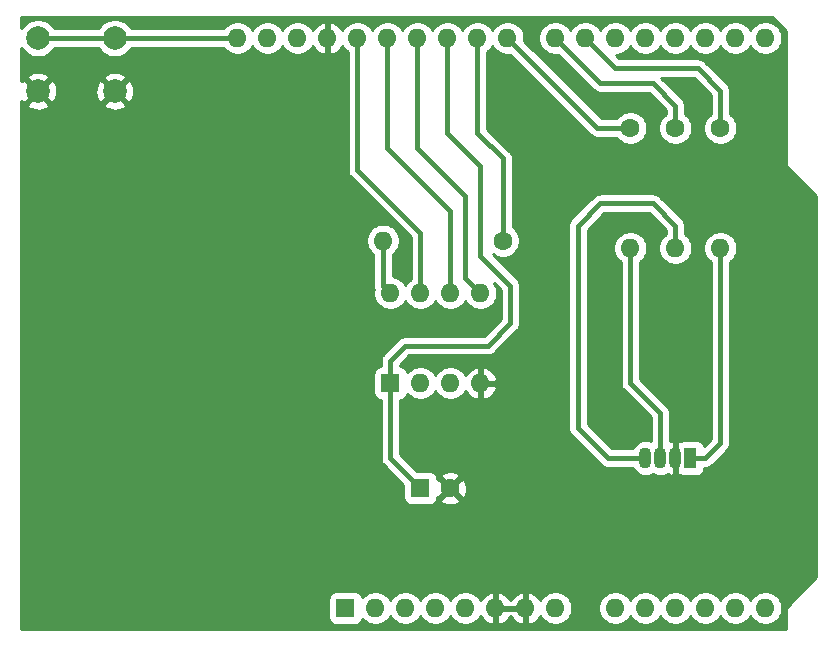
<source format=gbr>
%TF.GenerationSoftware,KiCad,Pcbnew,5.1.9-73d0e3b20d~88~ubuntu20.04.1*%
%TF.CreationDate,2021-03-04T20:11:02-03:00*%
%TF.ProjectId,shield-attiny,73686965-6c64-42d6-9174-74696e792e6b,rev?*%
%TF.SameCoordinates,Original*%
%TF.FileFunction,Copper,L2,Bot*%
%TF.FilePolarity,Positive*%
%FSLAX46Y46*%
G04 Gerber Fmt 4.6, Leading zero omitted, Abs format (unit mm)*
G04 Created by KiCad (PCBNEW 5.1.9-73d0e3b20d~88~ubuntu20.04.1) date 2021-03-04 20:11:02*
%MOMM*%
%LPD*%
G01*
G04 APERTURE LIST*
%TA.AperFunction,ComponentPad*%
%ADD10O,1.600000X1.600000*%
%TD*%
%TA.AperFunction,ComponentPad*%
%ADD11R,1.600000X1.600000*%
%TD*%
%TA.AperFunction,ComponentPad*%
%ADD12C,1.600000*%
%TD*%
%TA.AperFunction,ComponentPad*%
%ADD13C,2.000000*%
%TD*%
%TA.AperFunction,ComponentPad*%
%ADD14R,1.070000X1.800000*%
%TD*%
%TA.AperFunction,ComponentPad*%
%ADD15O,1.070000X1.800000*%
%TD*%
%TA.AperFunction,Conductor*%
%ADD16C,0.381000*%
%TD*%
%TA.AperFunction,Conductor*%
%ADD17C,0.254000*%
%TD*%
%TA.AperFunction,Conductor*%
%ADD18C,0.100000*%
%TD*%
G04 APERTURE END LIST*
D10*
%TO.P,A1,16*%
%TO.N,Net-(A1-Pad16)*%
X168910000Y-68580000D03*
%TO.P,A1,15*%
%TO.N,Net-(A1-Pad15)*%
X171450000Y-68580000D03*
%TO.P,A1,30*%
%TO.N,Net-(A1-Pad30)*%
X131830000Y-68580000D03*
%TO.P,A1,14*%
%TO.N,Net-(A1-Pad14)*%
X171450000Y-116840000D03*
%TO.P,A1,29*%
%TO.N,GND*%
X134370000Y-68580000D03*
%TO.P,A1,13*%
%TO.N,Net-(A1-Pad13)*%
X168910000Y-116840000D03*
%TO.P,A1,28*%
%TO.N,D13*%
X136910000Y-68580000D03*
%TO.P,A1,12*%
%TO.N,Net-(A1-Pad12)*%
X166370000Y-116840000D03*
%TO.P,A1,27*%
%TO.N,D12*%
X139450000Y-68580000D03*
%TO.P,A1,11*%
%TO.N,Net-(A1-Pad11)*%
X163830000Y-116840000D03*
%TO.P,A1,26*%
%TO.N,D11*%
X141990000Y-68580000D03*
%TO.P,A1,10*%
%TO.N,Net-(A1-Pad10)*%
X161290000Y-116840000D03*
%TO.P,A1,25*%
%TO.N,D10*%
X144530000Y-68580000D03*
%TO.P,A1,9*%
%TO.N,Net-(A1-Pad9)*%
X158750000Y-116840000D03*
%TO.P,A1,24*%
%TO.N,D9*%
X147070000Y-68580000D03*
%TO.P,A1,8*%
%TO.N,Net-(A1-Pad8)*%
X153670000Y-116840000D03*
%TO.P,A1,23*%
%TO.N,Net-(A1-Pad23)*%
X149610000Y-68580000D03*
%TO.P,A1,7*%
%TO.N,GND*%
X151130000Y-116840000D03*
%TO.P,A1,22*%
%TO.N,Net-(A1-Pad22)*%
X153670000Y-68580000D03*
%TO.P,A1,6*%
%TO.N,GND*%
X148590000Y-116840000D03*
%TO.P,A1,21*%
%TO.N,Net-(A1-Pad21)*%
X156210000Y-68580000D03*
%TO.P,A1,5*%
%TO.N,Net-(A1-Pad5)*%
X146050000Y-116840000D03*
%TO.P,A1,20*%
%TO.N,Net-(A1-Pad20)*%
X158750000Y-68580000D03*
%TO.P,A1,4*%
%TO.N,Net-(A1-Pad4)*%
X143510000Y-116840000D03*
%TO.P,A1,19*%
%TO.N,Net-(A1-Pad19)*%
X161290000Y-68580000D03*
%TO.P,A1,3*%
%TO.N,Net-(A1-Pad3)*%
X140970000Y-116840000D03*
%TO.P,A1,18*%
%TO.N,Net-(A1-Pad18)*%
X163830000Y-68580000D03*
%TO.P,A1,2*%
%TO.N,Net-(A1-Pad2)*%
X138430000Y-116840000D03*
%TO.P,A1,17*%
%TO.N,Net-(A1-Pad17)*%
X166370000Y-68580000D03*
D11*
%TO.P,A1,1*%
%TO.N,Net-(A1-Pad1)*%
X135890000Y-116840000D03*
D10*
%TO.P,A1,31*%
%TO.N,Net-(A1-Pad31)*%
X129290000Y-68580000D03*
%TO.P,A1,32*%
%TO.N,Net-(A1-Pad32)*%
X126750000Y-68580000D03*
%TD*%
D11*
%TO.P,C1,1*%
%TO.N,D10*%
X142240000Y-106680000D03*
D12*
%TO.P,C1,2*%
%TO.N,GND*%
X144740000Y-106680000D03*
%TD*%
%TO.P,R1,1*%
%TO.N,D9*%
X149225000Y-85725000D03*
D10*
%TO.P,R1,2*%
%TO.N,Net-(R1-Pad2)*%
X139065000Y-85725000D03*
%TD*%
%TO.P,R2,2*%
%TO.N,Net-(D1-Pad1)*%
X167640000Y-86360000D03*
D12*
%TO.P,R2,1*%
%TO.N,Net-(A1-Pad21)*%
X167640000Y-76200000D03*
%TD*%
%TO.P,R3,1*%
%TO.N,Net-(A1-Pad22)*%
X163830000Y-76200000D03*
D10*
%TO.P,R3,2*%
%TO.N,Net-(D1-Pad4)*%
X163830000Y-86360000D03*
%TD*%
%TO.P,R4,2*%
%TO.N,Net-(D1-Pad3)*%
X160020000Y-86360000D03*
D12*
%TO.P,R4,1*%
%TO.N,Net-(A1-Pad23)*%
X160020000Y-76200000D03*
%TD*%
D13*
%TO.P,SW1,2*%
%TO.N,GND*%
X109855000Y-73080000D03*
%TO.P,SW1,1*%
%TO.N,Net-(A1-Pad32)*%
X109855000Y-68580000D03*
%TO.P,SW1,2*%
%TO.N,GND*%
X116355000Y-73080000D03*
%TO.P,SW1,1*%
%TO.N,Net-(A1-Pad32)*%
X116355000Y-68580000D03*
%TD*%
D11*
%TO.P,U1,1*%
%TO.N,D10*%
X139700000Y-97790000D03*
D10*
%TO.P,U1,5*%
%TO.N,D11*%
X147320000Y-90170000D03*
%TO.P,U1,2*%
%TO.N,Net-(U1-Pad2)*%
X142240000Y-97790000D03*
%TO.P,U1,6*%
%TO.N,D12*%
X144780000Y-90170000D03*
%TO.P,U1,3*%
%TO.N,Net-(U1-Pad3)*%
X144780000Y-97790000D03*
%TO.P,U1,7*%
%TO.N,D13*%
X142240000Y-90170000D03*
%TO.P,U1,4*%
%TO.N,GND*%
X147320000Y-97790000D03*
%TO.P,U1,8*%
%TO.N,Net-(R1-Pad2)*%
X139700000Y-90170000D03*
%TD*%
D14*
%TO.P,D1,1*%
%TO.N,Net-(D1-Pad1)*%
X165100000Y-104140000D03*
D15*
%TO.P,D1,2*%
%TO.N,GND*%
X163830000Y-104140000D03*
%TO.P,D1,3*%
%TO.N,Net-(D1-Pad3)*%
X162560000Y-104140000D03*
%TO.P,D1,4*%
%TO.N,Net-(D1-Pad4)*%
X161290000Y-104140000D03*
%TD*%
D16*
%TO.N,Net-(A1-Pad32)*%
X109855000Y-68580000D02*
X126750000Y-68580000D01*
%TO.N,Net-(A1-Pad21)*%
X167640000Y-73025000D02*
X167640000Y-76200000D01*
X165735000Y-71120000D02*
X167640000Y-73025000D01*
X158750000Y-71120000D02*
X165735000Y-71120000D01*
X156210000Y-68580000D02*
X158750000Y-71120000D01*
%TO.N,Net-(A1-Pad22)*%
X153670000Y-68580000D02*
X157480000Y-72390000D01*
X157480000Y-72390000D02*
X161925000Y-72390000D01*
X163830000Y-74295000D02*
X163830000Y-76200000D01*
X161925000Y-72390000D02*
X163830000Y-74295000D01*
%TO.N,Net-(A1-Pad23)*%
X157230000Y-76200000D02*
X160020000Y-76200000D01*
X149610000Y-68580000D02*
X157230000Y-76200000D01*
%TO.N,D9*%
X147070000Y-68580000D02*
X147070000Y-76585000D01*
X149225000Y-78740000D02*
X149225000Y-85725000D01*
X147070000Y-76585000D02*
X149225000Y-78740000D01*
%TO.N,D10*%
X139700000Y-104140000D02*
X142240000Y-106680000D01*
X139700000Y-97790000D02*
X139700000Y-104140000D01*
X144530000Y-68580000D02*
X144530000Y-76585000D01*
X144530000Y-76585000D02*
X147320000Y-79375000D01*
X147320000Y-79375000D02*
X147320000Y-86995000D01*
X147320000Y-86995000D02*
X149860000Y-89535000D01*
X149860000Y-89535000D02*
X149860000Y-92710000D01*
X149860000Y-92710000D02*
X147955000Y-94615000D01*
X147955000Y-94615000D02*
X140970000Y-94615000D01*
X140970000Y-94615000D02*
X139700000Y-95885000D01*
X139700000Y-95885000D02*
X139700000Y-97790000D01*
%TO.N,D11*%
X141990000Y-68580000D02*
X141990000Y-77855000D01*
X141990000Y-77855000D02*
X146050000Y-81915000D01*
X146050000Y-88900000D02*
X147320000Y-90170000D01*
X146050000Y-81915000D02*
X146050000Y-88900000D01*
%TO.N,D12*%
X139450000Y-68580000D02*
X139450000Y-77855000D01*
X144780000Y-83185000D02*
X144780000Y-90170000D01*
X139450000Y-77855000D02*
X144780000Y-83185000D01*
%TO.N,D13*%
X136910000Y-68580000D02*
X136910000Y-79760000D01*
X142240000Y-85090000D02*
X142240000Y-90170000D01*
X136910000Y-79760000D02*
X142240000Y-85090000D01*
%TO.N,Net-(D1-Pad1)*%
X167640000Y-86360000D02*
X167640000Y-102870000D01*
X166370000Y-104140000D02*
X165100000Y-104140000D01*
X167640000Y-102870000D02*
X166370000Y-104140000D01*
%TO.N,Net-(D1-Pad3)*%
X160020000Y-86360000D02*
X160020000Y-97790000D01*
X162560000Y-100330000D02*
X162560000Y-104140000D01*
X160020000Y-97790000D02*
X162560000Y-100330000D01*
%TO.N,Net-(R1-Pad2)*%
X139065000Y-89535000D02*
X139700000Y-90170000D01*
X139065000Y-85725000D02*
X139065000Y-89535000D01*
%TO.N,Net-(D1-Pad4)*%
X163830000Y-86360000D02*
X163830000Y-84455000D01*
X163830000Y-84455000D02*
X161925000Y-82550000D01*
X161925000Y-82550000D02*
X157480000Y-82550000D01*
X157480000Y-82550000D02*
X155575000Y-84455000D01*
X155575000Y-84455000D02*
X155575000Y-101600000D01*
X158115000Y-104140000D02*
X161290000Y-104140000D01*
X155575000Y-101600000D02*
X158115000Y-104140000D01*
%TD*%
D17*
%TO.N,GND*%
X173228000Y-67997606D02*
X173228000Y-79375000D01*
X173230440Y-79399776D01*
X173237667Y-79423601D01*
X173249403Y-79445557D01*
X173265197Y-79464803D01*
X175768000Y-81967606D01*
X175768000Y-114247394D01*
X173265197Y-116750197D01*
X173249403Y-116769443D01*
X173237667Y-116791399D01*
X173230440Y-116815224D01*
X173228000Y-116840000D01*
X173228000Y-118618000D01*
X108460000Y-118618000D01*
X108460000Y-116040000D01*
X134451928Y-116040000D01*
X134451928Y-117640000D01*
X134464188Y-117764482D01*
X134500498Y-117884180D01*
X134559463Y-117994494D01*
X134638815Y-118091185D01*
X134735506Y-118170537D01*
X134845820Y-118229502D01*
X134965518Y-118265812D01*
X135090000Y-118278072D01*
X136690000Y-118278072D01*
X136814482Y-118265812D01*
X136934180Y-118229502D01*
X137044494Y-118170537D01*
X137141185Y-118091185D01*
X137220537Y-117994494D01*
X137279502Y-117884180D01*
X137315812Y-117764482D01*
X137316643Y-117756039D01*
X137515241Y-117954637D01*
X137750273Y-118111680D01*
X138011426Y-118219853D01*
X138288665Y-118275000D01*
X138571335Y-118275000D01*
X138848574Y-118219853D01*
X139109727Y-118111680D01*
X139344759Y-117954637D01*
X139544637Y-117754759D01*
X139700000Y-117522241D01*
X139855363Y-117754759D01*
X140055241Y-117954637D01*
X140290273Y-118111680D01*
X140551426Y-118219853D01*
X140828665Y-118275000D01*
X141111335Y-118275000D01*
X141388574Y-118219853D01*
X141649727Y-118111680D01*
X141884759Y-117954637D01*
X142084637Y-117754759D01*
X142240000Y-117522241D01*
X142395363Y-117754759D01*
X142595241Y-117954637D01*
X142830273Y-118111680D01*
X143091426Y-118219853D01*
X143368665Y-118275000D01*
X143651335Y-118275000D01*
X143928574Y-118219853D01*
X144189727Y-118111680D01*
X144424759Y-117954637D01*
X144624637Y-117754759D01*
X144780000Y-117522241D01*
X144935363Y-117754759D01*
X145135241Y-117954637D01*
X145370273Y-118111680D01*
X145631426Y-118219853D01*
X145908665Y-118275000D01*
X146191335Y-118275000D01*
X146468574Y-118219853D01*
X146729727Y-118111680D01*
X146964759Y-117954637D01*
X147164637Y-117754759D01*
X147321680Y-117519727D01*
X147326067Y-117509135D01*
X147437615Y-117695131D01*
X147626586Y-117903519D01*
X147852580Y-118071037D01*
X148106913Y-118191246D01*
X148240961Y-118231904D01*
X148463000Y-118109915D01*
X148463000Y-116967000D01*
X148717000Y-116967000D01*
X148717000Y-118109915D01*
X148939039Y-118231904D01*
X149073087Y-118191246D01*
X149327420Y-118071037D01*
X149553414Y-117903519D01*
X149742385Y-117695131D01*
X149860000Y-117499018D01*
X149977615Y-117695131D01*
X150166586Y-117903519D01*
X150392580Y-118071037D01*
X150646913Y-118191246D01*
X150780961Y-118231904D01*
X151003000Y-118109915D01*
X151003000Y-116967000D01*
X148717000Y-116967000D01*
X148463000Y-116967000D01*
X148443000Y-116967000D01*
X148443000Y-116713000D01*
X148463000Y-116713000D01*
X148463000Y-115570085D01*
X148717000Y-115570085D01*
X148717000Y-116713000D01*
X151003000Y-116713000D01*
X151003000Y-115570085D01*
X151257000Y-115570085D01*
X151257000Y-116713000D01*
X151277000Y-116713000D01*
X151277000Y-116967000D01*
X151257000Y-116967000D01*
X151257000Y-118109915D01*
X151479039Y-118231904D01*
X151613087Y-118191246D01*
X151867420Y-118071037D01*
X152093414Y-117903519D01*
X152282385Y-117695131D01*
X152393933Y-117509135D01*
X152398320Y-117519727D01*
X152555363Y-117754759D01*
X152755241Y-117954637D01*
X152990273Y-118111680D01*
X153251426Y-118219853D01*
X153528665Y-118275000D01*
X153811335Y-118275000D01*
X154088574Y-118219853D01*
X154349727Y-118111680D01*
X154584759Y-117954637D01*
X154784637Y-117754759D01*
X154941680Y-117519727D01*
X155049853Y-117258574D01*
X155105000Y-116981335D01*
X155105000Y-116698665D01*
X157315000Y-116698665D01*
X157315000Y-116981335D01*
X157370147Y-117258574D01*
X157478320Y-117519727D01*
X157635363Y-117754759D01*
X157835241Y-117954637D01*
X158070273Y-118111680D01*
X158331426Y-118219853D01*
X158608665Y-118275000D01*
X158891335Y-118275000D01*
X159168574Y-118219853D01*
X159429727Y-118111680D01*
X159664759Y-117954637D01*
X159864637Y-117754759D01*
X160020000Y-117522241D01*
X160175363Y-117754759D01*
X160375241Y-117954637D01*
X160610273Y-118111680D01*
X160871426Y-118219853D01*
X161148665Y-118275000D01*
X161431335Y-118275000D01*
X161708574Y-118219853D01*
X161969727Y-118111680D01*
X162204759Y-117954637D01*
X162404637Y-117754759D01*
X162560000Y-117522241D01*
X162715363Y-117754759D01*
X162915241Y-117954637D01*
X163150273Y-118111680D01*
X163411426Y-118219853D01*
X163688665Y-118275000D01*
X163971335Y-118275000D01*
X164248574Y-118219853D01*
X164509727Y-118111680D01*
X164744759Y-117954637D01*
X164944637Y-117754759D01*
X165100000Y-117522241D01*
X165255363Y-117754759D01*
X165455241Y-117954637D01*
X165690273Y-118111680D01*
X165951426Y-118219853D01*
X166228665Y-118275000D01*
X166511335Y-118275000D01*
X166788574Y-118219853D01*
X167049727Y-118111680D01*
X167284759Y-117954637D01*
X167484637Y-117754759D01*
X167640000Y-117522241D01*
X167795363Y-117754759D01*
X167995241Y-117954637D01*
X168230273Y-118111680D01*
X168491426Y-118219853D01*
X168768665Y-118275000D01*
X169051335Y-118275000D01*
X169328574Y-118219853D01*
X169589727Y-118111680D01*
X169824759Y-117954637D01*
X170024637Y-117754759D01*
X170180000Y-117522241D01*
X170335363Y-117754759D01*
X170535241Y-117954637D01*
X170770273Y-118111680D01*
X171031426Y-118219853D01*
X171308665Y-118275000D01*
X171591335Y-118275000D01*
X171868574Y-118219853D01*
X172129727Y-118111680D01*
X172364759Y-117954637D01*
X172564637Y-117754759D01*
X172721680Y-117519727D01*
X172829853Y-117258574D01*
X172885000Y-116981335D01*
X172885000Y-116698665D01*
X172829853Y-116421426D01*
X172721680Y-116160273D01*
X172564637Y-115925241D01*
X172364759Y-115725363D01*
X172129727Y-115568320D01*
X171868574Y-115460147D01*
X171591335Y-115405000D01*
X171308665Y-115405000D01*
X171031426Y-115460147D01*
X170770273Y-115568320D01*
X170535241Y-115725363D01*
X170335363Y-115925241D01*
X170180000Y-116157759D01*
X170024637Y-115925241D01*
X169824759Y-115725363D01*
X169589727Y-115568320D01*
X169328574Y-115460147D01*
X169051335Y-115405000D01*
X168768665Y-115405000D01*
X168491426Y-115460147D01*
X168230273Y-115568320D01*
X167995241Y-115725363D01*
X167795363Y-115925241D01*
X167640000Y-116157759D01*
X167484637Y-115925241D01*
X167284759Y-115725363D01*
X167049727Y-115568320D01*
X166788574Y-115460147D01*
X166511335Y-115405000D01*
X166228665Y-115405000D01*
X165951426Y-115460147D01*
X165690273Y-115568320D01*
X165455241Y-115725363D01*
X165255363Y-115925241D01*
X165100000Y-116157759D01*
X164944637Y-115925241D01*
X164744759Y-115725363D01*
X164509727Y-115568320D01*
X164248574Y-115460147D01*
X163971335Y-115405000D01*
X163688665Y-115405000D01*
X163411426Y-115460147D01*
X163150273Y-115568320D01*
X162915241Y-115725363D01*
X162715363Y-115925241D01*
X162560000Y-116157759D01*
X162404637Y-115925241D01*
X162204759Y-115725363D01*
X161969727Y-115568320D01*
X161708574Y-115460147D01*
X161431335Y-115405000D01*
X161148665Y-115405000D01*
X160871426Y-115460147D01*
X160610273Y-115568320D01*
X160375241Y-115725363D01*
X160175363Y-115925241D01*
X160020000Y-116157759D01*
X159864637Y-115925241D01*
X159664759Y-115725363D01*
X159429727Y-115568320D01*
X159168574Y-115460147D01*
X158891335Y-115405000D01*
X158608665Y-115405000D01*
X158331426Y-115460147D01*
X158070273Y-115568320D01*
X157835241Y-115725363D01*
X157635363Y-115925241D01*
X157478320Y-116160273D01*
X157370147Y-116421426D01*
X157315000Y-116698665D01*
X155105000Y-116698665D01*
X155049853Y-116421426D01*
X154941680Y-116160273D01*
X154784637Y-115925241D01*
X154584759Y-115725363D01*
X154349727Y-115568320D01*
X154088574Y-115460147D01*
X153811335Y-115405000D01*
X153528665Y-115405000D01*
X153251426Y-115460147D01*
X152990273Y-115568320D01*
X152755241Y-115725363D01*
X152555363Y-115925241D01*
X152398320Y-116160273D01*
X152393933Y-116170865D01*
X152282385Y-115984869D01*
X152093414Y-115776481D01*
X151867420Y-115608963D01*
X151613087Y-115488754D01*
X151479039Y-115448096D01*
X151257000Y-115570085D01*
X151003000Y-115570085D01*
X150780961Y-115448096D01*
X150646913Y-115488754D01*
X150392580Y-115608963D01*
X150166586Y-115776481D01*
X149977615Y-115984869D01*
X149860000Y-116180982D01*
X149742385Y-115984869D01*
X149553414Y-115776481D01*
X149327420Y-115608963D01*
X149073087Y-115488754D01*
X148939039Y-115448096D01*
X148717000Y-115570085D01*
X148463000Y-115570085D01*
X148240961Y-115448096D01*
X148106913Y-115488754D01*
X147852580Y-115608963D01*
X147626586Y-115776481D01*
X147437615Y-115984869D01*
X147326067Y-116170865D01*
X147321680Y-116160273D01*
X147164637Y-115925241D01*
X146964759Y-115725363D01*
X146729727Y-115568320D01*
X146468574Y-115460147D01*
X146191335Y-115405000D01*
X145908665Y-115405000D01*
X145631426Y-115460147D01*
X145370273Y-115568320D01*
X145135241Y-115725363D01*
X144935363Y-115925241D01*
X144780000Y-116157759D01*
X144624637Y-115925241D01*
X144424759Y-115725363D01*
X144189727Y-115568320D01*
X143928574Y-115460147D01*
X143651335Y-115405000D01*
X143368665Y-115405000D01*
X143091426Y-115460147D01*
X142830273Y-115568320D01*
X142595241Y-115725363D01*
X142395363Y-115925241D01*
X142240000Y-116157759D01*
X142084637Y-115925241D01*
X141884759Y-115725363D01*
X141649727Y-115568320D01*
X141388574Y-115460147D01*
X141111335Y-115405000D01*
X140828665Y-115405000D01*
X140551426Y-115460147D01*
X140290273Y-115568320D01*
X140055241Y-115725363D01*
X139855363Y-115925241D01*
X139700000Y-116157759D01*
X139544637Y-115925241D01*
X139344759Y-115725363D01*
X139109727Y-115568320D01*
X138848574Y-115460147D01*
X138571335Y-115405000D01*
X138288665Y-115405000D01*
X138011426Y-115460147D01*
X137750273Y-115568320D01*
X137515241Y-115725363D01*
X137316643Y-115923961D01*
X137315812Y-115915518D01*
X137279502Y-115795820D01*
X137220537Y-115685506D01*
X137141185Y-115588815D01*
X137044494Y-115509463D01*
X136934180Y-115450498D01*
X136814482Y-115414188D01*
X136690000Y-115401928D01*
X135090000Y-115401928D01*
X134965518Y-115414188D01*
X134845820Y-115450498D01*
X134735506Y-115509463D01*
X134638815Y-115588815D01*
X134559463Y-115685506D01*
X134500498Y-115795820D01*
X134464188Y-115915518D01*
X134451928Y-116040000D01*
X108460000Y-116040000D01*
X108460000Y-74215413D01*
X108899192Y-74215413D01*
X108994956Y-74479814D01*
X109284571Y-74620704D01*
X109596108Y-74702384D01*
X109917595Y-74721718D01*
X110236675Y-74677961D01*
X110541088Y-74572795D01*
X110715044Y-74479814D01*
X110810808Y-74215413D01*
X115399192Y-74215413D01*
X115494956Y-74479814D01*
X115784571Y-74620704D01*
X116096108Y-74702384D01*
X116417595Y-74721718D01*
X116736675Y-74677961D01*
X117041088Y-74572795D01*
X117215044Y-74479814D01*
X117310808Y-74215413D01*
X116355000Y-73259605D01*
X115399192Y-74215413D01*
X110810808Y-74215413D01*
X109855000Y-73259605D01*
X108899192Y-74215413D01*
X108460000Y-74215413D01*
X108460000Y-73941788D01*
X108719587Y-74035808D01*
X109675395Y-73080000D01*
X110034605Y-73080000D01*
X110990413Y-74035808D01*
X111254814Y-73940044D01*
X111395704Y-73650429D01*
X111477384Y-73338892D01*
X111489189Y-73142595D01*
X114713282Y-73142595D01*
X114757039Y-73461675D01*
X114862205Y-73766088D01*
X114955186Y-73940044D01*
X115219587Y-74035808D01*
X116175395Y-73080000D01*
X116534605Y-73080000D01*
X117490413Y-74035808D01*
X117754814Y-73940044D01*
X117895704Y-73650429D01*
X117977384Y-73338892D01*
X117996718Y-73017405D01*
X117952961Y-72698325D01*
X117847795Y-72393912D01*
X117754814Y-72219956D01*
X117490413Y-72124192D01*
X116534605Y-73080000D01*
X116175395Y-73080000D01*
X115219587Y-72124192D01*
X114955186Y-72219956D01*
X114814296Y-72509571D01*
X114732616Y-72821108D01*
X114713282Y-73142595D01*
X111489189Y-73142595D01*
X111496718Y-73017405D01*
X111452961Y-72698325D01*
X111347795Y-72393912D01*
X111254814Y-72219956D01*
X110990413Y-72124192D01*
X110034605Y-73080000D01*
X109675395Y-73080000D01*
X108719587Y-72124192D01*
X108460000Y-72218212D01*
X108460000Y-71944587D01*
X108899192Y-71944587D01*
X109855000Y-72900395D01*
X110810808Y-71944587D01*
X115399192Y-71944587D01*
X116355000Y-72900395D01*
X117310808Y-71944587D01*
X117215044Y-71680186D01*
X116925429Y-71539296D01*
X116613892Y-71457616D01*
X116292405Y-71438282D01*
X115973325Y-71482039D01*
X115668912Y-71587205D01*
X115494956Y-71680186D01*
X115399192Y-71944587D01*
X110810808Y-71944587D01*
X110715044Y-71680186D01*
X110425429Y-71539296D01*
X110113892Y-71457616D01*
X109792405Y-71438282D01*
X109473325Y-71482039D01*
X109168912Y-71587205D01*
X108994956Y-71680186D01*
X108899192Y-71944587D01*
X108460000Y-71944587D01*
X108460000Y-69435157D01*
X108585013Y-69622252D01*
X108812748Y-69849987D01*
X109080537Y-70028918D01*
X109378088Y-70152168D01*
X109693967Y-70215000D01*
X110016033Y-70215000D01*
X110331912Y-70152168D01*
X110629463Y-70028918D01*
X110897252Y-69849987D01*
X111124987Y-69622252D01*
X111269816Y-69405500D01*
X114940184Y-69405500D01*
X115085013Y-69622252D01*
X115312748Y-69849987D01*
X115580537Y-70028918D01*
X115878088Y-70152168D01*
X116193967Y-70215000D01*
X116516033Y-70215000D01*
X116831912Y-70152168D01*
X117129463Y-70028918D01*
X117397252Y-69849987D01*
X117624987Y-69622252D01*
X117769816Y-69405500D01*
X125575722Y-69405500D01*
X125635363Y-69494759D01*
X125835241Y-69694637D01*
X126070273Y-69851680D01*
X126331426Y-69959853D01*
X126608665Y-70015000D01*
X126891335Y-70015000D01*
X127168574Y-69959853D01*
X127429727Y-69851680D01*
X127664759Y-69694637D01*
X127864637Y-69494759D01*
X128020000Y-69262241D01*
X128175363Y-69494759D01*
X128375241Y-69694637D01*
X128610273Y-69851680D01*
X128871426Y-69959853D01*
X129148665Y-70015000D01*
X129431335Y-70015000D01*
X129708574Y-69959853D01*
X129969727Y-69851680D01*
X130204759Y-69694637D01*
X130404637Y-69494759D01*
X130560000Y-69262241D01*
X130715363Y-69494759D01*
X130915241Y-69694637D01*
X131150273Y-69851680D01*
X131411426Y-69959853D01*
X131688665Y-70015000D01*
X131971335Y-70015000D01*
X132248574Y-69959853D01*
X132509727Y-69851680D01*
X132744759Y-69694637D01*
X132944637Y-69494759D01*
X133101680Y-69259727D01*
X133106067Y-69249135D01*
X133217615Y-69435131D01*
X133406586Y-69643519D01*
X133632580Y-69811037D01*
X133886913Y-69931246D01*
X134020961Y-69971904D01*
X134243000Y-69849915D01*
X134243000Y-68707000D01*
X134223000Y-68707000D01*
X134223000Y-68453000D01*
X134243000Y-68453000D01*
X134243000Y-67310085D01*
X134497000Y-67310085D01*
X134497000Y-68453000D01*
X134517000Y-68453000D01*
X134517000Y-68707000D01*
X134497000Y-68707000D01*
X134497000Y-69849915D01*
X134719039Y-69971904D01*
X134853087Y-69931246D01*
X135107420Y-69811037D01*
X135333414Y-69643519D01*
X135522385Y-69435131D01*
X135633933Y-69249135D01*
X135638320Y-69259727D01*
X135795363Y-69494759D01*
X135995241Y-69694637D01*
X136084500Y-69754278D01*
X136084501Y-79719440D01*
X136080506Y-79760000D01*
X136096445Y-79921826D01*
X136143647Y-80077433D01*
X136220301Y-80220842D01*
X136281863Y-80295854D01*
X136323460Y-80346541D01*
X136354961Y-80372393D01*
X141414500Y-85431933D01*
X141414501Y-88995722D01*
X141325241Y-89055363D01*
X141125363Y-89255241D01*
X140970000Y-89487759D01*
X140814637Y-89255241D01*
X140614759Y-89055363D01*
X140379727Y-88898320D01*
X140118574Y-88790147D01*
X139890500Y-88744780D01*
X139890500Y-86899278D01*
X139979759Y-86839637D01*
X140179637Y-86639759D01*
X140336680Y-86404727D01*
X140444853Y-86143574D01*
X140500000Y-85866335D01*
X140500000Y-85583665D01*
X140444853Y-85306426D01*
X140336680Y-85045273D01*
X140179637Y-84810241D01*
X139979759Y-84610363D01*
X139744727Y-84453320D01*
X139483574Y-84345147D01*
X139206335Y-84290000D01*
X138923665Y-84290000D01*
X138646426Y-84345147D01*
X138385273Y-84453320D01*
X138150241Y-84610363D01*
X137950363Y-84810241D01*
X137793320Y-85045273D01*
X137685147Y-85306426D01*
X137630000Y-85583665D01*
X137630000Y-85866335D01*
X137685147Y-86143574D01*
X137793320Y-86404727D01*
X137950363Y-86639759D01*
X138150241Y-86839637D01*
X138239500Y-86899278D01*
X138239501Y-89494440D01*
X138235506Y-89535000D01*
X138251445Y-89696826D01*
X138298647Y-89852433D01*
X138299673Y-89854353D01*
X138265000Y-90028665D01*
X138265000Y-90311335D01*
X138320147Y-90588574D01*
X138428320Y-90849727D01*
X138585363Y-91084759D01*
X138785241Y-91284637D01*
X139020273Y-91441680D01*
X139281426Y-91549853D01*
X139558665Y-91605000D01*
X139841335Y-91605000D01*
X140118574Y-91549853D01*
X140379727Y-91441680D01*
X140614759Y-91284637D01*
X140814637Y-91084759D01*
X140970000Y-90852241D01*
X141125363Y-91084759D01*
X141325241Y-91284637D01*
X141560273Y-91441680D01*
X141821426Y-91549853D01*
X142098665Y-91605000D01*
X142381335Y-91605000D01*
X142658574Y-91549853D01*
X142919727Y-91441680D01*
X143154759Y-91284637D01*
X143354637Y-91084759D01*
X143510000Y-90852241D01*
X143665363Y-91084759D01*
X143865241Y-91284637D01*
X144100273Y-91441680D01*
X144361426Y-91549853D01*
X144638665Y-91605000D01*
X144921335Y-91605000D01*
X145198574Y-91549853D01*
X145459727Y-91441680D01*
X145694759Y-91284637D01*
X145894637Y-91084759D01*
X146050000Y-90852241D01*
X146205363Y-91084759D01*
X146405241Y-91284637D01*
X146640273Y-91441680D01*
X146901426Y-91549853D01*
X147178665Y-91605000D01*
X147461335Y-91605000D01*
X147738574Y-91549853D01*
X147999727Y-91441680D01*
X148234759Y-91284637D01*
X148434637Y-91084759D01*
X148591680Y-90849727D01*
X148699853Y-90588574D01*
X148755000Y-90311335D01*
X148755000Y-90028665D01*
X148699853Y-89751426D01*
X148591680Y-89490273D01*
X148478592Y-89321025D01*
X149034500Y-89876933D01*
X149034501Y-92368065D01*
X147613068Y-93789500D01*
X141010550Y-93789500D01*
X140969999Y-93785506D01*
X140929449Y-93789500D01*
X140929447Y-93789500D01*
X140808174Y-93801444D01*
X140652566Y-93848647D01*
X140559111Y-93898601D01*
X140509157Y-93925301D01*
X140447596Y-93975823D01*
X140383459Y-94028459D01*
X140357608Y-94059959D01*
X139144966Y-95272602D01*
X139113459Y-95298459D01*
X139045431Y-95381353D01*
X139010301Y-95424158D01*
X138933648Y-95567566D01*
X138933647Y-95567567D01*
X138886444Y-95723175D01*
X138874500Y-95844447D01*
X138870506Y-95885000D01*
X138874500Y-95925551D01*
X138874500Y-96354439D01*
X138775518Y-96364188D01*
X138655820Y-96400498D01*
X138545506Y-96459463D01*
X138448815Y-96538815D01*
X138369463Y-96635506D01*
X138310498Y-96745820D01*
X138274188Y-96865518D01*
X138261928Y-96990000D01*
X138261928Y-98590000D01*
X138274188Y-98714482D01*
X138310498Y-98834180D01*
X138369463Y-98944494D01*
X138448815Y-99041185D01*
X138545506Y-99120537D01*
X138655820Y-99179502D01*
X138775518Y-99215812D01*
X138874500Y-99225561D01*
X138874501Y-104099440D01*
X138870506Y-104140000D01*
X138886445Y-104301826D01*
X138933647Y-104457433D01*
X139010301Y-104600842D01*
X139071863Y-104675854D01*
X139113460Y-104726541D01*
X139144961Y-104752393D01*
X140801928Y-106409361D01*
X140801928Y-107480000D01*
X140814188Y-107604482D01*
X140850498Y-107724180D01*
X140909463Y-107834494D01*
X140988815Y-107931185D01*
X141085506Y-108010537D01*
X141195820Y-108069502D01*
X141315518Y-108105812D01*
X141440000Y-108118072D01*
X143040000Y-108118072D01*
X143164482Y-108105812D01*
X143284180Y-108069502D01*
X143394494Y-108010537D01*
X143491185Y-107931185D01*
X143570537Y-107834494D01*
X143629502Y-107724180D01*
X143645117Y-107672702D01*
X143926903Y-107672702D01*
X143998486Y-107916671D01*
X144253996Y-108037571D01*
X144528184Y-108106300D01*
X144810512Y-108120217D01*
X145090130Y-108078787D01*
X145356292Y-107983603D01*
X145481514Y-107916671D01*
X145553097Y-107672702D01*
X144740000Y-106859605D01*
X143926903Y-107672702D01*
X143645117Y-107672702D01*
X143665812Y-107604482D01*
X143678072Y-107480000D01*
X143678072Y-107472785D01*
X143747298Y-107493097D01*
X144560395Y-106680000D01*
X144919605Y-106680000D01*
X145732702Y-107493097D01*
X145976671Y-107421514D01*
X146097571Y-107166004D01*
X146166300Y-106891816D01*
X146180217Y-106609488D01*
X146138787Y-106329870D01*
X146043603Y-106063708D01*
X145976671Y-105938486D01*
X145732702Y-105866903D01*
X144919605Y-106680000D01*
X144560395Y-106680000D01*
X143747298Y-105866903D01*
X143678072Y-105887215D01*
X143678072Y-105880000D01*
X143665812Y-105755518D01*
X143645118Y-105687298D01*
X143926903Y-105687298D01*
X144740000Y-106500395D01*
X145553097Y-105687298D01*
X145481514Y-105443329D01*
X145226004Y-105322429D01*
X144951816Y-105253700D01*
X144669488Y-105239783D01*
X144389870Y-105281213D01*
X144123708Y-105376397D01*
X143998486Y-105443329D01*
X143926903Y-105687298D01*
X143645118Y-105687298D01*
X143629502Y-105635820D01*
X143570537Y-105525506D01*
X143491185Y-105428815D01*
X143394494Y-105349463D01*
X143284180Y-105290498D01*
X143164482Y-105254188D01*
X143040000Y-105241928D01*
X141969361Y-105241928D01*
X140525500Y-103798068D01*
X140525500Y-99225561D01*
X140624482Y-99215812D01*
X140744180Y-99179502D01*
X140854494Y-99120537D01*
X140951185Y-99041185D01*
X141030537Y-98944494D01*
X141089502Y-98834180D01*
X141125812Y-98714482D01*
X141126643Y-98706039D01*
X141325241Y-98904637D01*
X141560273Y-99061680D01*
X141821426Y-99169853D01*
X142098665Y-99225000D01*
X142381335Y-99225000D01*
X142658574Y-99169853D01*
X142919727Y-99061680D01*
X143154759Y-98904637D01*
X143354637Y-98704759D01*
X143510000Y-98472241D01*
X143665363Y-98704759D01*
X143865241Y-98904637D01*
X144100273Y-99061680D01*
X144361426Y-99169853D01*
X144638665Y-99225000D01*
X144921335Y-99225000D01*
X145198574Y-99169853D01*
X145459727Y-99061680D01*
X145694759Y-98904637D01*
X145894637Y-98704759D01*
X146051680Y-98469727D01*
X146056067Y-98459135D01*
X146167615Y-98645131D01*
X146356586Y-98853519D01*
X146582580Y-99021037D01*
X146836913Y-99141246D01*
X146970961Y-99181904D01*
X147193000Y-99059915D01*
X147193000Y-97917000D01*
X147447000Y-97917000D01*
X147447000Y-99059915D01*
X147669039Y-99181904D01*
X147803087Y-99141246D01*
X148057420Y-99021037D01*
X148283414Y-98853519D01*
X148472385Y-98645131D01*
X148617070Y-98403881D01*
X148711909Y-98139040D01*
X148590624Y-97917000D01*
X147447000Y-97917000D01*
X147193000Y-97917000D01*
X147173000Y-97917000D01*
X147173000Y-97663000D01*
X147193000Y-97663000D01*
X147193000Y-96520085D01*
X147447000Y-96520085D01*
X147447000Y-97663000D01*
X148590624Y-97663000D01*
X148711909Y-97440960D01*
X148617070Y-97176119D01*
X148472385Y-96934869D01*
X148283414Y-96726481D01*
X148057420Y-96558963D01*
X147803087Y-96438754D01*
X147669039Y-96398096D01*
X147447000Y-96520085D01*
X147193000Y-96520085D01*
X146970961Y-96398096D01*
X146836913Y-96438754D01*
X146582580Y-96558963D01*
X146356586Y-96726481D01*
X146167615Y-96934869D01*
X146056067Y-97120865D01*
X146051680Y-97110273D01*
X145894637Y-96875241D01*
X145694759Y-96675363D01*
X145459727Y-96518320D01*
X145198574Y-96410147D01*
X144921335Y-96355000D01*
X144638665Y-96355000D01*
X144361426Y-96410147D01*
X144100273Y-96518320D01*
X143865241Y-96675363D01*
X143665363Y-96875241D01*
X143510000Y-97107759D01*
X143354637Y-96875241D01*
X143154759Y-96675363D01*
X142919727Y-96518320D01*
X142658574Y-96410147D01*
X142381335Y-96355000D01*
X142098665Y-96355000D01*
X141821426Y-96410147D01*
X141560273Y-96518320D01*
X141325241Y-96675363D01*
X141126643Y-96873961D01*
X141125812Y-96865518D01*
X141089502Y-96745820D01*
X141030537Y-96635506D01*
X140951185Y-96538815D01*
X140854494Y-96459463D01*
X140744180Y-96400498D01*
X140624482Y-96364188D01*
X140525500Y-96354439D01*
X140525500Y-96226932D01*
X141311933Y-95440500D01*
X147914450Y-95440500D01*
X147955000Y-95444494D01*
X147995550Y-95440500D01*
X147995553Y-95440500D01*
X148116826Y-95428556D01*
X148272434Y-95381353D01*
X148415842Y-95304699D01*
X148541541Y-95201541D01*
X148567398Y-95170034D01*
X150415045Y-93322389D01*
X150446541Y-93296541D01*
X150472389Y-93265045D01*
X150472392Y-93265042D01*
X150549699Y-93170843D01*
X150626353Y-93027434D01*
X150673556Y-92871826D01*
X150685500Y-92750553D01*
X150685500Y-92750551D01*
X150689494Y-92710000D01*
X150685500Y-92669450D01*
X150685500Y-89575542D01*
X150689493Y-89534999D01*
X150685500Y-89494456D01*
X150685500Y-89494447D01*
X150673556Y-89373174D01*
X150626353Y-89217566D01*
X150549699Y-89074158D01*
X150549698Y-89074156D01*
X150472391Y-88979958D01*
X150446541Y-88948459D01*
X150415041Y-88922608D01*
X148376024Y-86883591D01*
X148545273Y-86996680D01*
X148806426Y-87104853D01*
X149083665Y-87160000D01*
X149366335Y-87160000D01*
X149643574Y-87104853D01*
X149904727Y-86996680D01*
X150139759Y-86839637D01*
X150339637Y-86639759D01*
X150496680Y-86404727D01*
X150604853Y-86143574D01*
X150660000Y-85866335D01*
X150660000Y-85583665D01*
X150604853Y-85306426D01*
X150496680Y-85045273D01*
X150339637Y-84810241D01*
X150139759Y-84610363D01*
X150050500Y-84550722D01*
X150050500Y-84455000D01*
X154745506Y-84455000D01*
X154749500Y-84495550D01*
X154749501Y-101559439D01*
X154745506Y-101600000D01*
X154761445Y-101761826D01*
X154808647Y-101917433D01*
X154885301Y-102060842D01*
X154946863Y-102135854D01*
X154988460Y-102186541D01*
X155019961Y-102212393D01*
X157502606Y-104695039D01*
X157528459Y-104726541D01*
X157598033Y-104783639D01*
X157654156Y-104829698D01*
X157654158Y-104829699D01*
X157797566Y-104906353D01*
X157953174Y-104953556D01*
X158074447Y-104965500D01*
X158074456Y-104965500D01*
X158114999Y-104969493D01*
X158155542Y-104965500D01*
X160209494Y-104965500D01*
X160312474Y-105158161D01*
X160458682Y-105336318D01*
X160636838Y-105482526D01*
X160840094Y-105591169D01*
X161060640Y-105658071D01*
X161290000Y-105680661D01*
X161519359Y-105658071D01*
X161739905Y-105591169D01*
X161925000Y-105492234D01*
X162110094Y-105591169D01*
X162330640Y-105658071D01*
X162560000Y-105680661D01*
X162789359Y-105658071D01*
X163009905Y-105591169D01*
X163197596Y-105490846D01*
X163285579Y-105548377D01*
X163522617Y-105633900D01*
X163703000Y-105508244D01*
X163703000Y-104767560D01*
X163713071Y-104734360D01*
X163730000Y-104562477D01*
X163730000Y-103717524D01*
X163713071Y-103545641D01*
X163703000Y-103512441D01*
X163703000Y-103240000D01*
X163926928Y-103240000D01*
X163926928Y-105040000D01*
X163939188Y-105164482D01*
X163957000Y-105223200D01*
X163957000Y-105508244D01*
X164137383Y-105633900D01*
X164251810Y-105592615D01*
X164320820Y-105629502D01*
X164440518Y-105665812D01*
X164565000Y-105678072D01*
X165635000Y-105678072D01*
X165759482Y-105665812D01*
X165879180Y-105629502D01*
X165989494Y-105570537D01*
X166086185Y-105491185D01*
X166165537Y-105394494D01*
X166224502Y-105284180D01*
X166260812Y-105164482D01*
X166273072Y-105040000D01*
X166273072Y-104965500D01*
X166329450Y-104965500D01*
X166370000Y-104969494D01*
X166410550Y-104965500D01*
X166410553Y-104965500D01*
X166531826Y-104953556D01*
X166687434Y-104906353D01*
X166830842Y-104829699D01*
X166956541Y-104726541D01*
X166982398Y-104695034D01*
X168195039Y-103482394D01*
X168226541Y-103456541D01*
X168294570Y-103373647D01*
X168329699Y-103330843D01*
X168356399Y-103280889D01*
X168406353Y-103187434D01*
X168453556Y-103031826D01*
X168465500Y-102910553D01*
X168465500Y-102910551D01*
X168469494Y-102870001D01*
X168465500Y-102829450D01*
X168465500Y-87534278D01*
X168554759Y-87474637D01*
X168754637Y-87274759D01*
X168911680Y-87039727D01*
X169019853Y-86778574D01*
X169075000Y-86501335D01*
X169075000Y-86218665D01*
X169019853Y-85941426D01*
X168911680Y-85680273D01*
X168754637Y-85445241D01*
X168554759Y-85245363D01*
X168319727Y-85088320D01*
X168058574Y-84980147D01*
X167781335Y-84925000D01*
X167498665Y-84925000D01*
X167221426Y-84980147D01*
X166960273Y-85088320D01*
X166725241Y-85245363D01*
X166525363Y-85445241D01*
X166368320Y-85680273D01*
X166260147Y-85941426D01*
X166205000Y-86218665D01*
X166205000Y-86501335D01*
X166260147Y-86778574D01*
X166368320Y-87039727D01*
X166525363Y-87274759D01*
X166725241Y-87474637D01*
X166814500Y-87534278D01*
X166814501Y-102528066D01*
X166252954Y-103089614D01*
X166224502Y-102995820D01*
X166165537Y-102885506D01*
X166086185Y-102788815D01*
X165989494Y-102709463D01*
X165879180Y-102650498D01*
X165759482Y-102614188D01*
X165635000Y-102601928D01*
X164565000Y-102601928D01*
X164440518Y-102614188D01*
X164320820Y-102650498D01*
X164251810Y-102687385D01*
X164137383Y-102646100D01*
X163957000Y-102771756D01*
X163957000Y-103056800D01*
X163939188Y-103115518D01*
X163926928Y-103240000D01*
X163703000Y-103240000D01*
X163703000Y-102771756D01*
X163522617Y-102646100D01*
X163385500Y-102695572D01*
X163385500Y-100370542D01*
X163389493Y-100329999D01*
X163385500Y-100289456D01*
X163385500Y-100289447D01*
X163373556Y-100168174D01*
X163326353Y-100012566D01*
X163249699Y-99869158D01*
X163249698Y-99869156D01*
X163172391Y-99774958D01*
X163146541Y-99743459D01*
X163115041Y-99717608D01*
X160845500Y-97448068D01*
X160845500Y-87534278D01*
X160934759Y-87474637D01*
X161134637Y-87274759D01*
X161291680Y-87039727D01*
X161399853Y-86778574D01*
X161455000Y-86501335D01*
X161455000Y-86218665D01*
X161399853Y-85941426D01*
X161291680Y-85680273D01*
X161134637Y-85445241D01*
X160934759Y-85245363D01*
X160699727Y-85088320D01*
X160438574Y-84980147D01*
X160161335Y-84925000D01*
X159878665Y-84925000D01*
X159601426Y-84980147D01*
X159340273Y-85088320D01*
X159105241Y-85245363D01*
X158905363Y-85445241D01*
X158748320Y-85680273D01*
X158640147Y-85941426D01*
X158585000Y-86218665D01*
X158585000Y-86501335D01*
X158640147Y-86778574D01*
X158748320Y-87039727D01*
X158905363Y-87274759D01*
X159105241Y-87474637D01*
X159194500Y-87534278D01*
X159194501Y-97749440D01*
X159190506Y-97790000D01*
X159206445Y-97951826D01*
X159253647Y-98107433D01*
X159330301Y-98250842D01*
X159391863Y-98325854D01*
X159433460Y-98376541D01*
X159464961Y-98402393D01*
X161734500Y-100671933D01*
X161734501Y-102687191D01*
X161519360Y-102621929D01*
X161290000Y-102599339D01*
X161060641Y-102621929D01*
X160840095Y-102688831D01*
X160636839Y-102797474D01*
X160458683Y-102943682D01*
X160312475Y-103121838D01*
X160209494Y-103314500D01*
X158456933Y-103314500D01*
X156400500Y-101258068D01*
X156400500Y-84796932D01*
X157821934Y-83375500D01*
X161583068Y-83375500D01*
X163004501Y-84796935D01*
X163004501Y-85185722D01*
X162915241Y-85245363D01*
X162715363Y-85445241D01*
X162558320Y-85680273D01*
X162450147Y-85941426D01*
X162395000Y-86218665D01*
X162395000Y-86501335D01*
X162450147Y-86778574D01*
X162558320Y-87039727D01*
X162715363Y-87274759D01*
X162915241Y-87474637D01*
X163150273Y-87631680D01*
X163411426Y-87739853D01*
X163688665Y-87795000D01*
X163971335Y-87795000D01*
X164248574Y-87739853D01*
X164509727Y-87631680D01*
X164744759Y-87474637D01*
X164944637Y-87274759D01*
X165101680Y-87039727D01*
X165209853Y-86778574D01*
X165265000Y-86501335D01*
X165265000Y-86218665D01*
X165209853Y-85941426D01*
X165101680Y-85680273D01*
X164944637Y-85445241D01*
X164744759Y-85245363D01*
X164655500Y-85185722D01*
X164655500Y-84495550D01*
X164659494Y-84455000D01*
X164655500Y-84414447D01*
X164643556Y-84293174D01*
X164596353Y-84137566D01*
X164530569Y-84014494D01*
X164519699Y-83994157D01*
X164442392Y-83899958D01*
X164442389Y-83899955D01*
X164416541Y-83868459D01*
X164385045Y-83842611D01*
X162537398Y-81994966D01*
X162511541Y-81963459D01*
X162385842Y-81860301D01*
X162242434Y-81783647D01*
X162086826Y-81736444D01*
X161965553Y-81724500D01*
X161965550Y-81724500D01*
X161925000Y-81720506D01*
X161884450Y-81724500D01*
X157520550Y-81724500D01*
X157480000Y-81720506D01*
X157439449Y-81724500D01*
X157439447Y-81724500D01*
X157318174Y-81736444D01*
X157162566Y-81783647D01*
X157019157Y-81860301D01*
X156924958Y-81937608D01*
X156924957Y-81937609D01*
X156893459Y-81963459D01*
X156867611Y-81994955D01*
X155019966Y-83842602D01*
X154988459Y-83868459D01*
X154920431Y-83951352D01*
X154885301Y-83994158D01*
X154808648Y-84137566D01*
X154808647Y-84137567D01*
X154761444Y-84293175D01*
X154749500Y-84414447D01*
X154745506Y-84455000D01*
X150050500Y-84455000D01*
X150050500Y-78780550D01*
X150054494Y-78739999D01*
X150049027Y-78684494D01*
X150038556Y-78578174D01*
X149991353Y-78422566D01*
X149914700Y-78279159D01*
X149914699Y-78279157D01*
X149837391Y-78184958D01*
X149811541Y-78153459D01*
X149780041Y-78127608D01*
X147895500Y-76243068D01*
X147895500Y-69754278D01*
X147984759Y-69694637D01*
X148184637Y-69494759D01*
X148340000Y-69262241D01*
X148495363Y-69494759D01*
X148695241Y-69694637D01*
X148930273Y-69851680D01*
X149191426Y-69959853D01*
X149468665Y-70015000D01*
X149751335Y-70015000D01*
X149856624Y-69994056D01*
X156617607Y-76755040D01*
X156643459Y-76786541D01*
X156769158Y-76889699D01*
X156912566Y-76966353D01*
X157068174Y-77013556D01*
X157189447Y-77025500D01*
X157189456Y-77025500D01*
X157229999Y-77029493D01*
X157270542Y-77025500D01*
X158845722Y-77025500D01*
X158905363Y-77114759D01*
X159105241Y-77314637D01*
X159340273Y-77471680D01*
X159601426Y-77579853D01*
X159878665Y-77635000D01*
X160161335Y-77635000D01*
X160438574Y-77579853D01*
X160699727Y-77471680D01*
X160934759Y-77314637D01*
X161134637Y-77114759D01*
X161291680Y-76879727D01*
X161399853Y-76618574D01*
X161455000Y-76341335D01*
X161455000Y-76058665D01*
X161399853Y-75781426D01*
X161291680Y-75520273D01*
X161134637Y-75285241D01*
X160934759Y-75085363D01*
X160699727Y-74928320D01*
X160438574Y-74820147D01*
X160161335Y-74765000D01*
X159878665Y-74765000D01*
X159601426Y-74820147D01*
X159340273Y-74928320D01*
X159105241Y-75085363D01*
X158905363Y-75285241D01*
X158845722Y-75374500D01*
X157571933Y-75374500D01*
X151024056Y-68826624D01*
X151045000Y-68721335D01*
X151045000Y-68438665D01*
X152235000Y-68438665D01*
X152235000Y-68721335D01*
X152290147Y-68998574D01*
X152398320Y-69259727D01*
X152555363Y-69494759D01*
X152755241Y-69694637D01*
X152990273Y-69851680D01*
X153251426Y-69959853D01*
X153528665Y-70015000D01*
X153811335Y-70015000D01*
X153916624Y-69994056D01*
X156867611Y-72945045D01*
X156893459Y-72976541D01*
X156924955Y-73002389D01*
X156924958Y-73002392D01*
X157019157Y-73079699D01*
X157136827Y-73142595D01*
X157162566Y-73156353D01*
X157318174Y-73203556D01*
X157439447Y-73215500D01*
X157439449Y-73215500D01*
X157480000Y-73219494D01*
X157520550Y-73215500D01*
X161583068Y-73215500D01*
X163004500Y-74636934D01*
X163004500Y-75025722D01*
X162915241Y-75085363D01*
X162715363Y-75285241D01*
X162558320Y-75520273D01*
X162450147Y-75781426D01*
X162395000Y-76058665D01*
X162395000Y-76341335D01*
X162450147Y-76618574D01*
X162558320Y-76879727D01*
X162715363Y-77114759D01*
X162915241Y-77314637D01*
X163150273Y-77471680D01*
X163411426Y-77579853D01*
X163688665Y-77635000D01*
X163971335Y-77635000D01*
X164248574Y-77579853D01*
X164509727Y-77471680D01*
X164744759Y-77314637D01*
X164944637Y-77114759D01*
X165101680Y-76879727D01*
X165209853Y-76618574D01*
X165265000Y-76341335D01*
X165265000Y-76058665D01*
X165209853Y-75781426D01*
X165101680Y-75520273D01*
X164944637Y-75285241D01*
X164744759Y-75085363D01*
X164655500Y-75025722D01*
X164655500Y-74335550D01*
X164659494Y-74295000D01*
X164655500Y-74254447D01*
X164643556Y-74133174D01*
X164596353Y-73977566D01*
X164530569Y-73854494D01*
X164519699Y-73834157D01*
X164442392Y-73739958D01*
X164442389Y-73739955D01*
X164416541Y-73708459D01*
X164385046Y-73682612D01*
X162647932Y-71945500D01*
X165393068Y-71945500D01*
X166814500Y-73366934D01*
X166814501Y-75025722D01*
X166725241Y-75085363D01*
X166525363Y-75285241D01*
X166368320Y-75520273D01*
X166260147Y-75781426D01*
X166205000Y-76058665D01*
X166205000Y-76341335D01*
X166260147Y-76618574D01*
X166368320Y-76879727D01*
X166525363Y-77114759D01*
X166725241Y-77314637D01*
X166960273Y-77471680D01*
X167221426Y-77579853D01*
X167498665Y-77635000D01*
X167781335Y-77635000D01*
X168058574Y-77579853D01*
X168319727Y-77471680D01*
X168554759Y-77314637D01*
X168754637Y-77114759D01*
X168911680Y-76879727D01*
X169019853Y-76618574D01*
X169075000Y-76341335D01*
X169075000Y-76058665D01*
X169019853Y-75781426D01*
X168911680Y-75520273D01*
X168754637Y-75285241D01*
X168554759Y-75085363D01*
X168465500Y-75025722D01*
X168465500Y-73065550D01*
X168469494Y-73025000D01*
X168461619Y-72945041D01*
X168453556Y-72863174D01*
X168406353Y-72707566D01*
X168329700Y-72564159D01*
X168329699Y-72564157D01*
X168252392Y-72469958D01*
X168252389Y-72469955D01*
X168226541Y-72438459D01*
X168195046Y-72412612D01*
X166347398Y-70564966D01*
X166321541Y-70533459D01*
X166195842Y-70430301D01*
X166052434Y-70353647D01*
X165896826Y-70306444D01*
X165775553Y-70294500D01*
X165775550Y-70294500D01*
X165735000Y-70290506D01*
X165694450Y-70294500D01*
X159091933Y-70294500D01*
X158812433Y-70015000D01*
X158891335Y-70015000D01*
X159168574Y-69959853D01*
X159429727Y-69851680D01*
X159664759Y-69694637D01*
X159864637Y-69494759D01*
X160020000Y-69262241D01*
X160175363Y-69494759D01*
X160375241Y-69694637D01*
X160610273Y-69851680D01*
X160871426Y-69959853D01*
X161148665Y-70015000D01*
X161431335Y-70015000D01*
X161708574Y-69959853D01*
X161969727Y-69851680D01*
X162204759Y-69694637D01*
X162404637Y-69494759D01*
X162560000Y-69262241D01*
X162715363Y-69494759D01*
X162915241Y-69694637D01*
X163150273Y-69851680D01*
X163411426Y-69959853D01*
X163688665Y-70015000D01*
X163971335Y-70015000D01*
X164248574Y-69959853D01*
X164509727Y-69851680D01*
X164744759Y-69694637D01*
X164944637Y-69494759D01*
X165100000Y-69262241D01*
X165255363Y-69494759D01*
X165455241Y-69694637D01*
X165690273Y-69851680D01*
X165951426Y-69959853D01*
X166228665Y-70015000D01*
X166511335Y-70015000D01*
X166788574Y-69959853D01*
X167049727Y-69851680D01*
X167284759Y-69694637D01*
X167484637Y-69494759D01*
X167640000Y-69262241D01*
X167795363Y-69494759D01*
X167995241Y-69694637D01*
X168230273Y-69851680D01*
X168491426Y-69959853D01*
X168768665Y-70015000D01*
X169051335Y-70015000D01*
X169328574Y-69959853D01*
X169589727Y-69851680D01*
X169824759Y-69694637D01*
X170024637Y-69494759D01*
X170180000Y-69262241D01*
X170335363Y-69494759D01*
X170535241Y-69694637D01*
X170770273Y-69851680D01*
X171031426Y-69959853D01*
X171308665Y-70015000D01*
X171591335Y-70015000D01*
X171868574Y-69959853D01*
X172129727Y-69851680D01*
X172364759Y-69694637D01*
X172564637Y-69494759D01*
X172721680Y-69259727D01*
X172829853Y-68998574D01*
X172885000Y-68721335D01*
X172885000Y-68438665D01*
X172829853Y-68161426D01*
X172721680Y-67900273D01*
X172564637Y-67665241D01*
X172364759Y-67465363D01*
X172129727Y-67308320D01*
X171868574Y-67200147D01*
X171591335Y-67145000D01*
X171308665Y-67145000D01*
X171031426Y-67200147D01*
X170770273Y-67308320D01*
X170535241Y-67465363D01*
X170335363Y-67665241D01*
X170180000Y-67897759D01*
X170024637Y-67665241D01*
X169824759Y-67465363D01*
X169589727Y-67308320D01*
X169328574Y-67200147D01*
X169051335Y-67145000D01*
X168768665Y-67145000D01*
X168491426Y-67200147D01*
X168230273Y-67308320D01*
X167995241Y-67465363D01*
X167795363Y-67665241D01*
X167640000Y-67897759D01*
X167484637Y-67665241D01*
X167284759Y-67465363D01*
X167049727Y-67308320D01*
X166788574Y-67200147D01*
X166511335Y-67145000D01*
X166228665Y-67145000D01*
X165951426Y-67200147D01*
X165690273Y-67308320D01*
X165455241Y-67465363D01*
X165255363Y-67665241D01*
X165100000Y-67897759D01*
X164944637Y-67665241D01*
X164744759Y-67465363D01*
X164509727Y-67308320D01*
X164248574Y-67200147D01*
X163971335Y-67145000D01*
X163688665Y-67145000D01*
X163411426Y-67200147D01*
X163150273Y-67308320D01*
X162915241Y-67465363D01*
X162715363Y-67665241D01*
X162560000Y-67897759D01*
X162404637Y-67665241D01*
X162204759Y-67465363D01*
X161969727Y-67308320D01*
X161708574Y-67200147D01*
X161431335Y-67145000D01*
X161148665Y-67145000D01*
X160871426Y-67200147D01*
X160610273Y-67308320D01*
X160375241Y-67465363D01*
X160175363Y-67665241D01*
X160020000Y-67897759D01*
X159864637Y-67665241D01*
X159664759Y-67465363D01*
X159429727Y-67308320D01*
X159168574Y-67200147D01*
X158891335Y-67145000D01*
X158608665Y-67145000D01*
X158331426Y-67200147D01*
X158070273Y-67308320D01*
X157835241Y-67465363D01*
X157635363Y-67665241D01*
X157480000Y-67897759D01*
X157324637Y-67665241D01*
X157124759Y-67465363D01*
X156889727Y-67308320D01*
X156628574Y-67200147D01*
X156351335Y-67145000D01*
X156068665Y-67145000D01*
X155791426Y-67200147D01*
X155530273Y-67308320D01*
X155295241Y-67465363D01*
X155095363Y-67665241D01*
X154940000Y-67897759D01*
X154784637Y-67665241D01*
X154584759Y-67465363D01*
X154349727Y-67308320D01*
X154088574Y-67200147D01*
X153811335Y-67145000D01*
X153528665Y-67145000D01*
X153251426Y-67200147D01*
X152990273Y-67308320D01*
X152755241Y-67465363D01*
X152555363Y-67665241D01*
X152398320Y-67900273D01*
X152290147Y-68161426D01*
X152235000Y-68438665D01*
X151045000Y-68438665D01*
X150989853Y-68161426D01*
X150881680Y-67900273D01*
X150724637Y-67665241D01*
X150524759Y-67465363D01*
X150289727Y-67308320D01*
X150028574Y-67200147D01*
X149751335Y-67145000D01*
X149468665Y-67145000D01*
X149191426Y-67200147D01*
X148930273Y-67308320D01*
X148695241Y-67465363D01*
X148495363Y-67665241D01*
X148340000Y-67897759D01*
X148184637Y-67665241D01*
X147984759Y-67465363D01*
X147749727Y-67308320D01*
X147488574Y-67200147D01*
X147211335Y-67145000D01*
X146928665Y-67145000D01*
X146651426Y-67200147D01*
X146390273Y-67308320D01*
X146155241Y-67465363D01*
X145955363Y-67665241D01*
X145800000Y-67897759D01*
X145644637Y-67665241D01*
X145444759Y-67465363D01*
X145209727Y-67308320D01*
X144948574Y-67200147D01*
X144671335Y-67145000D01*
X144388665Y-67145000D01*
X144111426Y-67200147D01*
X143850273Y-67308320D01*
X143615241Y-67465363D01*
X143415363Y-67665241D01*
X143260000Y-67897759D01*
X143104637Y-67665241D01*
X142904759Y-67465363D01*
X142669727Y-67308320D01*
X142408574Y-67200147D01*
X142131335Y-67145000D01*
X141848665Y-67145000D01*
X141571426Y-67200147D01*
X141310273Y-67308320D01*
X141075241Y-67465363D01*
X140875363Y-67665241D01*
X140720000Y-67897759D01*
X140564637Y-67665241D01*
X140364759Y-67465363D01*
X140129727Y-67308320D01*
X139868574Y-67200147D01*
X139591335Y-67145000D01*
X139308665Y-67145000D01*
X139031426Y-67200147D01*
X138770273Y-67308320D01*
X138535241Y-67465363D01*
X138335363Y-67665241D01*
X138180000Y-67897759D01*
X138024637Y-67665241D01*
X137824759Y-67465363D01*
X137589727Y-67308320D01*
X137328574Y-67200147D01*
X137051335Y-67145000D01*
X136768665Y-67145000D01*
X136491426Y-67200147D01*
X136230273Y-67308320D01*
X135995241Y-67465363D01*
X135795363Y-67665241D01*
X135638320Y-67900273D01*
X135633933Y-67910865D01*
X135522385Y-67724869D01*
X135333414Y-67516481D01*
X135107420Y-67348963D01*
X134853087Y-67228754D01*
X134719039Y-67188096D01*
X134497000Y-67310085D01*
X134243000Y-67310085D01*
X134020961Y-67188096D01*
X133886913Y-67228754D01*
X133632580Y-67348963D01*
X133406586Y-67516481D01*
X133217615Y-67724869D01*
X133106067Y-67910865D01*
X133101680Y-67900273D01*
X132944637Y-67665241D01*
X132744759Y-67465363D01*
X132509727Y-67308320D01*
X132248574Y-67200147D01*
X131971335Y-67145000D01*
X131688665Y-67145000D01*
X131411426Y-67200147D01*
X131150273Y-67308320D01*
X130915241Y-67465363D01*
X130715363Y-67665241D01*
X130560000Y-67897759D01*
X130404637Y-67665241D01*
X130204759Y-67465363D01*
X129969727Y-67308320D01*
X129708574Y-67200147D01*
X129431335Y-67145000D01*
X129148665Y-67145000D01*
X128871426Y-67200147D01*
X128610273Y-67308320D01*
X128375241Y-67465363D01*
X128175363Y-67665241D01*
X128020000Y-67897759D01*
X127864637Y-67665241D01*
X127664759Y-67465363D01*
X127429727Y-67308320D01*
X127168574Y-67200147D01*
X126891335Y-67145000D01*
X126608665Y-67145000D01*
X126331426Y-67200147D01*
X126070273Y-67308320D01*
X125835241Y-67465363D01*
X125635363Y-67665241D01*
X125575722Y-67754500D01*
X117769816Y-67754500D01*
X117624987Y-67537748D01*
X117397252Y-67310013D01*
X117129463Y-67131082D01*
X116831912Y-67007832D01*
X116516033Y-66945000D01*
X116193967Y-66945000D01*
X115878088Y-67007832D01*
X115580537Y-67131082D01*
X115312748Y-67310013D01*
X115085013Y-67537748D01*
X114940184Y-67754500D01*
X111269816Y-67754500D01*
X111124987Y-67537748D01*
X110897252Y-67310013D01*
X110629463Y-67131082D01*
X110331912Y-67007832D01*
X110016033Y-66945000D01*
X109693967Y-66945000D01*
X109378088Y-67007832D01*
X109080537Y-67131082D01*
X108812748Y-67310013D01*
X108585013Y-67537748D01*
X108460000Y-67724843D01*
X108460000Y-66802000D01*
X172032394Y-66802000D01*
X173228000Y-67997606D01*
%TA.AperFunction,Conductor*%
D18*
G36*
X173228000Y-67997606D02*
G01*
X173228000Y-79375000D01*
X173230440Y-79399776D01*
X173237667Y-79423601D01*
X173249403Y-79445557D01*
X173265197Y-79464803D01*
X175768000Y-81967606D01*
X175768000Y-114247394D01*
X173265197Y-116750197D01*
X173249403Y-116769443D01*
X173237667Y-116791399D01*
X173230440Y-116815224D01*
X173228000Y-116840000D01*
X173228000Y-118618000D01*
X108460000Y-118618000D01*
X108460000Y-116040000D01*
X134451928Y-116040000D01*
X134451928Y-117640000D01*
X134464188Y-117764482D01*
X134500498Y-117884180D01*
X134559463Y-117994494D01*
X134638815Y-118091185D01*
X134735506Y-118170537D01*
X134845820Y-118229502D01*
X134965518Y-118265812D01*
X135090000Y-118278072D01*
X136690000Y-118278072D01*
X136814482Y-118265812D01*
X136934180Y-118229502D01*
X137044494Y-118170537D01*
X137141185Y-118091185D01*
X137220537Y-117994494D01*
X137279502Y-117884180D01*
X137315812Y-117764482D01*
X137316643Y-117756039D01*
X137515241Y-117954637D01*
X137750273Y-118111680D01*
X138011426Y-118219853D01*
X138288665Y-118275000D01*
X138571335Y-118275000D01*
X138848574Y-118219853D01*
X139109727Y-118111680D01*
X139344759Y-117954637D01*
X139544637Y-117754759D01*
X139700000Y-117522241D01*
X139855363Y-117754759D01*
X140055241Y-117954637D01*
X140290273Y-118111680D01*
X140551426Y-118219853D01*
X140828665Y-118275000D01*
X141111335Y-118275000D01*
X141388574Y-118219853D01*
X141649727Y-118111680D01*
X141884759Y-117954637D01*
X142084637Y-117754759D01*
X142240000Y-117522241D01*
X142395363Y-117754759D01*
X142595241Y-117954637D01*
X142830273Y-118111680D01*
X143091426Y-118219853D01*
X143368665Y-118275000D01*
X143651335Y-118275000D01*
X143928574Y-118219853D01*
X144189727Y-118111680D01*
X144424759Y-117954637D01*
X144624637Y-117754759D01*
X144780000Y-117522241D01*
X144935363Y-117754759D01*
X145135241Y-117954637D01*
X145370273Y-118111680D01*
X145631426Y-118219853D01*
X145908665Y-118275000D01*
X146191335Y-118275000D01*
X146468574Y-118219853D01*
X146729727Y-118111680D01*
X146964759Y-117954637D01*
X147164637Y-117754759D01*
X147321680Y-117519727D01*
X147326067Y-117509135D01*
X147437615Y-117695131D01*
X147626586Y-117903519D01*
X147852580Y-118071037D01*
X148106913Y-118191246D01*
X148240961Y-118231904D01*
X148463000Y-118109915D01*
X148463000Y-116967000D01*
X148717000Y-116967000D01*
X148717000Y-118109915D01*
X148939039Y-118231904D01*
X149073087Y-118191246D01*
X149327420Y-118071037D01*
X149553414Y-117903519D01*
X149742385Y-117695131D01*
X149860000Y-117499018D01*
X149977615Y-117695131D01*
X150166586Y-117903519D01*
X150392580Y-118071037D01*
X150646913Y-118191246D01*
X150780961Y-118231904D01*
X151003000Y-118109915D01*
X151003000Y-116967000D01*
X148717000Y-116967000D01*
X148463000Y-116967000D01*
X148443000Y-116967000D01*
X148443000Y-116713000D01*
X148463000Y-116713000D01*
X148463000Y-115570085D01*
X148717000Y-115570085D01*
X148717000Y-116713000D01*
X151003000Y-116713000D01*
X151003000Y-115570085D01*
X151257000Y-115570085D01*
X151257000Y-116713000D01*
X151277000Y-116713000D01*
X151277000Y-116967000D01*
X151257000Y-116967000D01*
X151257000Y-118109915D01*
X151479039Y-118231904D01*
X151613087Y-118191246D01*
X151867420Y-118071037D01*
X152093414Y-117903519D01*
X152282385Y-117695131D01*
X152393933Y-117509135D01*
X152398320Y-117519727D01*
X152555363Y-117754759D01*
X152755241Y-117954637D01*
X152990273Y-118111680D01*
X153251426Y-118219853D01*
X153528665Y-118275000D01*
X153811335Y-118275000D01*
X154088574Y-118219853D01*
X154349727Y-118111680D01*
X154584759Y-117954637D01*
X154784637Y-117754759D01*
X154941680Y-117519727D01*
X155049853Y-117258574D01*
X155105000Y-116981335D01*
X155105000Y-116698665D01*
X157315000Y-116698665D01*
X157315000Y-116981335D01*
X157370147Y-117258574D01*
X157478320Y-117519727D01*
X157635363Y-117754759D01*
X157835241Y-117954637D01*
X158070273Y-118111680D01*
X158331426Y-118219853D01*
X158608665Y-118275000D01*
X158891335Y-118275000D01*
X159168574Y-118219853D01*
X159429727Y-118111680D01*
X159664759Y-117954637D01*
X159864637Y-117754759D01*
X160020000Y-117522241D01*
X160175363Y-117754759D01*
X160375241Y-117954637D01*
X160610273Y-118111680D01*
X160871426Y-118219853D01*
X161148665Y-118275000D01*
X161431335Y-118275000D01*
X161708574Y-118219853D01*
X161969727Y-118111680D01*
X162204759Y-117954637D01*
X162404637Y-117754759D01*
X162560000Y-117522241D01*
X162715363Y-117754759D01*
X162915241Y-117954637D01*
X163150273Y-118111680D01*
X163411426Y-118219853D01*
X163688665Y-118275000D01*
X163971335Y-118275000D01*
X164248574Y-118219853D01*
X164509727Y-118111680D01*
X164744759Y-117954637D01*
X164944637Y-117754759D01*
X165100000Y-117522241D01*
X165255363Y-117754759D01*
X165455241Y-117954637D01*
X165690273Y-118111680D01*
X165951426Y-118219853D01*
X166228665Y-118275000D01*
X166511335Y-118275000D01*
X166788574Y-118219853D01*
X167049727Y-118111680D01*
X167284759Y-117954637D01*
X167484637Y-117754759D01*
X167640000Y-117522241D01*
X167795363Y-117754759D01*
X167995241Y-117954637D01*
X168230273Y-118111680D01*
X168491426Y-118219853D01*
X168768665Y-118275000D01*
X169051335Y-118275000D01*
X169328574Y-118219853D01*
X169589727Y-118111680D01*
X169824759Y-117954637D01*
X170024637Y-117754759D01*
X170180000Y-117522241D01*
X170335363Y-117754759D01*
X170535241Y-117954637D01*
X170770273Y-118111680D01*
X171031426Y-118219853D01*
X171308665Y-118275000D01*
X171591335Y-118275000D01*
X171868574Y-118219853D01*
X172129727Y-118111680D01*
X172364759Y-117954637D01*
X172564637Y-117754759D01*
X172721680Y-117519727D01*
X172829853Y-117258574D01*
X172885000Y-116981335D01*
X172885000Y-116698665D01*
X172829853Y-116421426D01*
X172721680Y-116160273D01*
X172564637Y-115925241D01*
X172364759Y-115725363D01*
X172129727Y-115568320D01*
X171868574Y-115460147D01*
X171591335Y-115405000D01*
X171308665Y-115405000D01*
X171031426Y-115460147D01*
X170770273Y-115568320D01*
X170535241Y-115725363D01*
X170335363Y-115925241D01*
X170180000Y-116157759D01*
X170024637Y-115925241D01*
X169824759Y-115725363D01*
X169589727Y-115568320D01*
X169328574Y-115460147D01*
X169051335Y-115405000D01*
X168768665Y-115405000D01*
X168491426Y-115460147D01*
X168230273Y-115568320D01*
X167995241Y-115725363D01*
X167795363Y-115925241D01*
X167640000Y-116157759D01*
X167484637Y-115925241D01*
X167284759Y-115725363D01*
X167049727Y-115568320D01*
X166788574Y-115460147D01*
X166511335Y-115405000D01*
X166228665Y-115405000D01*
X165951426Y-115460147D01*
X165690273Y-115568320D01*
X165455241Y-115725363D01*
X165255363Y-115925241D01*
X165100000Y-116157759D01*
X164944637Y-115925241D01*
X164744759Y-115725363D01*
X164509727Y-115568320D01*
X164248574Y-115460147D01*
X163971335Y-115405000D01*
X163688665Y-115405000D01*
X163411426Y-115460147D01*
X163150273Y-115568320D01*
X162915241Y-115725363D01*
X162715363Y-115925241D01*
X162560000Y-116157759D01*
X162404637Y-115925241D01*
X162204759Y-115725363D01*
X161969727Y-115568320D01*
X161708574Y-115460147D01*
X161431335Y-115405000D01*
X161148665Y-115405000D01*
X160871426Y-115460147D01*
X160610273Y-115568320D01*
X160375241Y-115725363D01*
X160175363Y-115925241D01*
X160020000Y-116157759D01*
X159864637Y-115925241D01*
X159664759Y-115725363D01*
X159429727Y-115568320D01*
X159168574Y-115460147D01*
X158891335Y-115405000D01*
X158608665Y-115405000D01*
X158331426Y-115460147D01*
X158070273Y-115568320D01*
X157835241Y-115725363D01*
X157635363Y-115925241D01*
X157478320Y-116160273D01*
X157370147Y-116421426D01*
X157315000Y-116698665D01*
X155105000Y-116698665D01*
X155049853Y-116421426D01*
X154941680Y-116160273D01*
X154784637Y-115925241D01*
X154584759Y-115725363D01*
X154349727Y-115568320D01*
X154088574Y-115460147D01*
X153811335Y-115405000D01*
X153528665Y-115405000D01*
X153251426Y-115460147D01*
X152990273Y-115568320D01*
X152755241Y-115725363D01*
X152555363Y-115925241D01*
X152398320Y-116160273D01*
X152393933Y-116170865D01*
X152282385Y-115984869D01*
X152093414Y-115776481D01*
X151867420Y-115608963D01*
X151613087Y-115488754D01*
X151479039Y-115448096D01*
X151257000Y-115570085D01*
X151003000Y-115570085D01*
X150780961Y-115448096D01*
X150646913Y-115488754D01*
X150392580Y-115608963D01*
X150166586Y-115776481D01*
X149977615Y-115984869D01*
X149860000Y-116180982D01*
X149742385Y-115984869D01*
X149553414Y-115776481D01*
X149327420Y-115608963D01*
X149073087Y-115488754D01*
X148939039Y-115448096D01*
X148717000Y-115570085D01*
X148463000Y-115570085D01*
X148240961Y-115448096D01*
X148106913Y-115488754D01*
X147852580Y-115608963D01*
X147626586Y-115776481D01*
X147437615Y-115984869D01*
X147326067Y-116170865D01*
X147321680Y-116160273D01*
X147164637Y-115925241D01*
X146964759Y-115725363D01*
X146729727Y-115568320D01*
X146468574Y-115460147D01*
X146191335Y-115405000D01*
X145908665Y-115405000D01*
X145631426Y-115460147D01*
X145370273Y-115568320D01*
X145135241Y-115725363D01*
X144935363Y-115925241D01*
X144780000Y-116157759D01*
X144624637Y-115925241D01*
X144424759Y-115725363D01*
X144189727Y-115568320D01*
X143928574Y-115460147D01*
X143651335Y-115405000D01*
X143368665Y-115405000D01*
X143091426Y-115460147D01*
X142830273Y-115568320D01*
X142595241Y-115725363D01*
X142395363Y-115925241D01*
X142240000Y-116157759D01*
X142084637Y-115925241D01*
X141884759Y-115725363D01*
X141649727Y-115568320D01*
X141388574Y-115460147D01*
X141111335Y-115405000D01*
X140828665Y-115405000D01*
X140551426Y-115460147D01*
X140290273Y-115568320D01*
X140055241Y-115725363D01*
X139855363Y-115925241D01*
X139700000Y-116157759D01*
X139544637Y-115925241D01*
X139344759Y-115725363D01*
X139109727Y-115568320D01*
X138848574Y-115460147D01*
X138571335Y-115405000D01*
X138288665Y-115405000D01*
X138011426Y-115460147D01*
X137750273Y-115568320D01*
X137515241Y-115725363D01*
X137316643Y-115923961D01*
X137315812Y-115915518D01*
X137279502Y-115795820D01*
X137220537Y-115685506D01*
X137141185Y-115588815D01*
X137044494Y-115509463D01*
X136934180Y-115450498D01*
X136814482Y-115414188D01*
X136690000Y-115401928D01*
X135090000Y-115401928D01*
X134965518Y-115414188D01*
X134845820Y-115450498D01*
X134735506Y-115509463D01*
X134638815Y-115588815D01*
X134559463Y-115685506D01*
X134500498Y-115795820D01*
X134464188Y-115915518D01*
X134451928Y-116040000D01*
X108460000Y-116040000D01*
X108460000Y-74215413D01*
X108899192Y-74215413D01*
X108994956Y-74479814D01*
X109284571Y-74620704D01*
X109596108Y-74702384D01*
X109917595Y-74721718D01*
X110236675Y-74677961D01*
X110541088Y-74572795D01*
X110715044Y-74479814D01*
X110810808Y-74215413D01*
X115399192Y-74215413D01*
X115494956Y-74479814D01*
X115784571Y-74620704D01*
X116096108Y-74702384D01*
X116417595Y-74721718D01*
X116736675Y-74677961D01*
X117041088Y-74572795D01*
X117215044Y-74479814D01*
X117310808Y-74215413D01*
X116355000Y-73259605D01*
X115399192Y-74215413D01*
X110810808Y-74215413D01*
X109855000Y-73259605D01*
X108899192Y-74215413D01*
X108460000Y-74215413D01*
X108460000Y-73941788D01*
X108719587Y-74035808D01*
X109675395Y-73080000D01*
X110034605Y-73080000D01*
X110990413Y-74035808D01*
X111254814Y-73940044D01*
X111395704Y-73650429D01*
X111477384Y-73338892D01*
X111489189Y-73142595D01*
X114713282Y-73142595D01*
X114757039Y-73461675D01*
X114862205Y-73766088D01*
X114955186Y-73940044D01*
X115219587Y-74035808D01*
X116175395Y-73080000D01*
X116534605Y-73080000D01*
X117490413Y-74035808D01*
X117754814Y-73940044D01*
X117895704Y-73650429D01*
X117977384Y-73338892D01*
X117996718Y-73017405D01*
X117952961Y-72698325D01*
X117847795Y-72393912D01*
X117754814Y-72219956D01*
X117490413Y-72124192D01*
X116534605Y-73080000D01*
X116175395Y-73080000D01*
X115219587Y-72124192D01*
X114955186Y-72219956D01*
X114814296Y-72509571D01*
X114732616Y-72821108D01*
X114713282Y-73142595D01*
X111489189Y-73142595D01*
X111496718Y-73017405D01*
X111452961Y-72698325D01*
X111347795Y-72393912D01*
X111254814Y-72219956D01*
X110990413Y-72124192D01*
X110034605Y-73080000D01*
X109675395Y-73080000D01*
X108719587Y-72124192D01*
X108460000Y-72218212D01*
X108460000Y-71944587D01*
X108899192Y-71944587D01*
X109855000Y-72900395D01*
X110810808Y-71944587D01*
X115399192Y-71944587D01*
X116355000Y-72900395D01*
X117310808Y-71944587D01*
X117215044Y-71680186D01*
X116925429Y-71539296D01*
X116613892Y-71457616D01*
X116292405Y-71438282D01*
X115973325Y-71482039D01*
X115668912Y-71587205D01*
X115494956Y-71680186D01*
X115399192Y-71944587D01*
X110810808Y-71944587D01*
X110715044Y-71680186D01*
X110425429Y-71539296D01*
X110113892Y-71457616D01*
X109792405Y-71438282D01*
X109473325Y-71482039D01*
X109168912Y-71587205D01*
X108994956Y-71680186D01*
X108899192Y-71944587D01*
X108460000Y-71944587D01*
X108460000Y-69435157D01*
X108585013Y-69622252D01*
X108812748Y-69849987D01*
X109080537Y-70028918D01*
X109378088Y-70152168D01*
X109693967Y-70215000D01*
X110016033Y-70215000D01*
X110331912Y-70152168D01*
X110629463Y-70028918D01*
X110897252Y-69849987D01*
X111124987Y-69622252D01*
X111269816Y-69405500D01*
X114940184Y-69405500D01*
X115085013Y-69622252D01*
X115312748Y-69849987D01*
X115580537Y-70028918D01*
X115878088Y-70152168D01*
X116193967Y-70215000D01*
X116516033Y-70215000D01*
X116831912Y-70152168D01*
X117129463Y-70028918D01*
X117397252Y-69849987D01*
X117624987Y-69622252D01*
X117769816Y-69405500D01*
X125575722Y-69405500D01*
X125635363Y-69494759D01*
X125835241Y-69694637D01*
X126070273Y-69851680D01*
X126331426Y-69959853D01*
X126608665Y-70015000D01*
X126891335Y-70015000D01*
X127168574Y-69959853D01*
X127429727Y-69851680D01*
X127664759Y-69694637D01*
X127864637Y-69494759D01*
X128020000Y-69262241D01*
X128175363Y-69494759D01*
X128375241Y-69694637D01*
X128610273Y-69851680D01*
X128871426Y-69959853D01*
X129148665Y-70015000D01*
X129431335Y-70015000D01*
X129708574Y-69959853D01*
X129969727Y-69851680D01*
X130204759Y-69694637D01*
X130404637Y-69494759D01*
X130560000Y-69262241D01*
X130715363Y-69494759D01*
X130915241Y-69694637D01*
X131150273Y-69851680D01*
X131411426Y-69959853D01*
X131688665Y-70015000D01*
X131971335Y-70015000D01*
X132248574Y-69959853D01*
X132509727Y-69851680D01*
X132744759Y-69694637D01*
X132944637Y-69494759D01*
X133101680Y-69259727D01*
X133106067Y-69249135D01*
X133217615Y-69435131D01*
X133406586Y-69643519D01*
X133632580Y-69811037D01*
X133886913Y-69931246D01*
X134020961Y-69971904D01*
X134243000Y-69849915D01*
X134243000Y-68707000D01*
X134223000Y-68707000D01*
X134223000Y-68453000D01*
X134243000Y-68453000D01*
X134243000Y-67310085D01*
X134497000Y-67310085D01*
X134497000Y-68453000D01*
X134517000Y-68453000D01*
X134517000Y-68707000D01*
X134497000Y-68707000D01*
X134497000Y-69849915D01*
X134719039Y-69971904D01*
X134853087Y-69931246D01*
X135107420Y-69811037D01*
X135333414Y-69643519D01*
X135522385Y-69435131D01*
X135633933Y-69249135D01*
X135638320Y-69259727D01*
X135795363Y-69494759D01*
X135995241Y-69694637D01*
X136084500Y-69754278D01*
X136084501Y-79719440D01*
X136080506Y-79760000D01*
X136096445Y-79921826D01*
X136143647Y-80077433D01*
X136220301Y-80220842D01*
X136281863Y-80295854D01*
X136323460Y-80346541D01*
X136354961Y-80372393D01*
X141414500Y-85431933D01*
X141414501Y-88995722D01*
X141325241Y-89055363D01*
X141125363Y-89255241D01*
X140970000Y-89487759D01*
X140814637Y-89255241D01*
X140614759Y-89055363D01*
X140379727Y-88898320D01*
X140118574Y-88790147D01*
X139890500Y-88744780D01*
X139890500Y-86899278D01*
X139979759Y-86839637D01*
X140179637Y-86639759D01*
X140336680Y-86404727D01*
X140444853Y-86143574D01*
X140500000Y-85866335D01*
X140500000Y-85583665D01*
X140444853Y-85306426D01*
X140336680Y-85045273D01*
X140179637Y-84810241D01*
X139979759Y-84610363D01*
X139744727Y-84453320D01*
X139483574Y-84345147D01*
X139206335Y-84290000D01*
X138923665Y-84290000D01*
X138646426Y-84345147D01*
X138385273Y-84453320D01*
X138150241Y-84610363D01*
X137950363Y-84810241D01*
X137793320Y-85045273D01*
X137685147Y-85306426D01*
X137630000Y-85583665D01*
X137630000Y-85866335D01*
X137685147Y-86143574D01*
X137793320Y-86404727D01*
X137950363Y-86639759D01*
X138150241Y-86839637D01*
X138239500Y-86899278D01*
X138239501Y-89494440D01*
X138235506Y-89535000D01*
X138251445Y-89696826D01*
X138298647Y-89852433D01*
X138299673Y-89854353D01*
X138265000Y-90028665D01*
X138265000Y-90311335D01*
X138320147Y-90588574D01*
X138428320Y-90849727D01*
X138585363Y-91084759D01*
X138785241Y-91284637D01*
X139020273Y-91441680D01*
X139281426Y-91549853D01*
X139558665Y-91605000D01*
X139841335Y-91605000D01*
X140118574Y-91549853D01*
X140379727Y-91441680D01*
X140614759Y-91284637D01*
X140814637Y-91084759D01*
X140970000Y-90852241D01*
X141125363Y-91084759D01*
X141325241Y-91284637D01*
X141560273Y-91441680D01*
X141821426Y-91549853D01*
X142098665Y-91605000D01*
X142381335Y-91605000D01*
X142658574Y-91549853D01*
X142919727Y-91441680D01*
X143154759Y-91284637D01*
X143354637Y-91084759D01*
X143510000Y-90852241D01*
X143665363Y-91084759D01*
X143865241Y-91284637D01*
X144100273Y-91441680D01*
X144361426Y-91549853D01*
X144638665Y-91605000D01*
X144921335Y-91605000D01*
X145198574Y-91549853D01*
X145459727Y-91441680D01*
X145694759Y-91284637D01*
X145894637Y-91084759D01*
X146050000Y-90852241D01*
X146205363Y-91084759D01*
X146405241Y-91284637D01*
X146640273Y-91441680D01*
X146901426Y-91549853D01*
X147178665Y-91605000D01*
X147461335Y-91605000D01*
X147738574Y-91549853D01*
X147999727Y-91441680D01*
X148234759Y-91284637D01*
X148434637Y-91084759D01*
X148591680Y-90849727D01*
X148699853Y-90588574D01*
X148755000Y-90311335D01*
X148755000Y-90028665D01*
X148699853Y-89751426D01*
X148591680Y-89490273D01*
X148478592Y-89321025D01*
X149034500Y-89876933D01*
X149034501Y-92368065D01*
X147613068Y-93789500D01*
X141010550Y-93789500D01*
X140969999Y-93785506D01*
X140929449Y-93789500D01*
X140929447Y-93789500D01*
X140808174Y-93801444D01*
X140652566Y-93848647D01*
X140559111Y-93898601D01*
X140509157Y-93925301D01*
X140447596Y-93975823D01*
X140383459Y-94028459D01*
X140357608Y-94059959D01*
X139144966Y-95272602D01*
X139113459Y-95298459D01*
X139045431Y-95381353D01*
X139010301Y-95424158D01*
X138933648Y-95567566D01*
X138933647Y-95567567D01*
X138886444Y-95723175D01*
X138874500Y-95844447D01*
X138870506Y-95885000D01*
X138874500Y-95925551D01*
X138874500Y-96354439D01*
X138775518Y-96364188D01*
X138655820Y-96400498D01*
X138545506Y-96459463D01*
X138448815Y-96538815D01*
X138369463Y-96635506D01*
X138310498Y-96745820D01*
X138274188Y-96865518D01*
X138261928Y-96990000D01*
X138261928Y-98590000D01*
X138274188Y-98714482D01*
X138310498Y-98834180D01*
X138369463Y-98944494D01*
X138448815Y-99041185D01*
X138545506Y-99120537D01*
X138655820Y-99179502D01*
X138775518Y-99215812D01*
X138874500Y-99225561D01*
X138874501Y-104099440D01*
X138870506Y-104140000D01*
X138886445Y-104301826D01*
X138933647Y-104457433D01*
X139010301Y-104600842D01*
X139071863Y-104675854D01*
X139113460Y-104726541D01*
X139144961Y-104752393D01*
X140801928Y-106409361D01*
X140801928Y-107480000D01*
X140814188Y-107604482D01*
X140850498Y-107724180D01*
X140909463Y-107834494D01*
X140988815Y-107931185D01*
X141085506Y-108010537D01*
X141195820Y-108069502D01*
X141315518Y-108105812D01*
X141440000Y-108118072D01*
X143040000Y-108118072D01*
X143164482Y-108105812D01*
X143284180Y-108069502D01*
X143394494Y-108010537D01*
X143491185Y-107931185D01*
X143570537Y-107834494D01*
X143629502Y-107724180D01*
X143645117Y-107672702D01*
X143926903Y-107672702D01*
X143998486Y-107916671D01*
X144253996Y-108037571D01*
X144528184Y-108106300D01*
X144810512Y-108120217D01*
X145090130Y-108078787D01*
X145356292Y-107983603D01*
X145481514Y-107916671D01*
X145553097Y-107672702D01*
X144740000Y-106859605D01*
X143926903Y-107672702D01*
X143645117Y-107672702D01*
X143665812Y-107604482D01*
X143678072Y-107480000D01*
X143678072Y-107472785D01*
X143747298Y-107493097D01*
X144560395Y-106680000D01*
X144919605Y-106680000D01*
X145732702Y-107493097D01*
X145976671Y-107421514D01*
X146097571Y-107166004D01*
X146166300Y-106891816D01*
X146180217Y-106609488D01*
X146138787Y-106329870D01*
X146043603Y-106063708D01*
X145976671Y-105938486D01*
X145732702Y-105866903D01*
X144919605Y-106680000D01*
X144560395Y-106680000D01*
X143747298Y-105866903D01*
X143678072Y-105887215D01*
X143678072Y-105880000D01*
X143665812Y-105755518D01*
X143645118Y-105687298D01*
X143926903Y-105687298D01*
X144740000Y-106500395D01*
X145553097Y-105687298D01*
X145481514Y-105443329D01*
X145226004Y-105322429D01*
X144951816Y-105253700D01*
X144669488Y-105239783D01*
X144389870Y-105281213D01*
X144123708Y-105376397D01*
X143998486Y-105443329D01*
X143926903Y-105687298D01*
X143645118Y-105687298D01*
X143629502Y-105635820D01*
X143570537Y-105525506D01*
X143491185Y-105428815D01*
X143394494Y-105349463D01*
X143284180Y-105290498D01*
X143164482Y-105254188D01*
X143040000Y-105241928D01*
X141969361Y-105241928D01*
X140525500Y-103798068D01*
X140525500Y-99225561D01*
X140624482Y-99215812D01*
X140744180Y-99179502D01*
X140854494Y-99120537D01*
X140951185Y-99041185D01*
X141030537Y-98944494D01*
X141089502Y-98834180D01*
X141125812Y-98714482D01*
X141126643Y-98706039D01*
X141325241Y-98904637D01*
X141560273Y-99061680D01*
X141821426Y-99169853D01*
X142098665Y-99225000D01*
X142381335Y-99225000D01*
X142658574Y-99169853D01*
X142919727Y-99061680D01*
X143154759Y-98904637D01*
X143354637Y-98704759D01*
X143510000Y-98472241D01*
X143665363Y-98704759D01*
X143865241Y-98904637D01*
X144100273Y-99061680D01*
X144361426Y-99169853D01*
X144638665Y-99225000D01*
X144921335Y-99225000D01*
X145198574Y-99169853D01*
X145459727Y-99061680D01*
X145694759Y-98904637D01*
X145894637Y-98704759D01*
X146051680Y-98469727D01*
X146056067Y-98459135D01*
X146167615Y-98645131D01*
X146356586Y-98853519D01*
X146582580Y-99021037D01*
X146836913Y-99141246D01*
X146970961Y-99181904D01*
X147193000Y-99059915D01*
X147193000Y-97917000D01*
X147447000Y-97917000D01*
X147447000Y-99059915D01*
X147669039Y-99181904D01*
X147803087Y-99141246D01*
X148057420Y-99021037D01*
X148283414Y-98853519D01*
X148472385Y-98645131D01*
X148617070Y-98403881D01*
X148711909Y-98139040D01*
X148590624Y-97917000D01*
X147447000Y-97917000D01*
X147193000Y-97917000D01*
X147173000Y-97917000D01*
X147173000Y-97663000D01*
X147193000Y-97663000D01*
X147193000Y-96520085D01*
X147447000Y-96520085D01*
X147447000Y-97663000D01*
X148590624Y-97663000D01*
X148711909Y-97440960D01*
X148617070Y-97176119D01*
X148472385Y-96934869D01*
X148283414Y-96726481D01*
X148057420Y-96558963D01*
X147803087Y-96438754D01*
X147669039Y-96398096D01*
X147447000Y-96520085D01*
X147193000Y-96520085D01*
X146970961Y-96398096D01*
X146836913Y-96438754D01*
X146582580Y-96558963D01*
X146356586Y-96726481D01*
X146167615Y-96934869D01*
X146056067Y-97120865D01*
X146051680Y-97110273D01*
X145894637Y-96875241D01*
X145694759Y-96675363D01*
X145459727Y-96518320D01*
X145198574Y-96410147D01*
X144921335Y-96355000D01*
X144638665Y-96355000D01*
X144361426Y-96410147D01*
X144100273Y-96518320D01*
X143865241Y-96675363D01*
X143665363Y-96875241D01*
X143510000Y-97107759D01*
X143354637Y-96875241D01*
X143154759Y-96675363D01*
X142919727Y-96518320D01*
X142658574Y-96410147D01*
X142381335Y-96355000D01*
X142098665Y-96355000D01*
X141821426Y-96410147D01*
X141560273Y-96518320D01*
X141325241Y-96675363D01*
X141126643Y-96873961D01*
X141125812Y-96865518D01*
X141089502Y-96745820D01*
X141030537Y-96635506D01*
X140951185Y-96538815D01*
X140854494Y-96459463D01*
X140744180Y-96400498D01*
X140624482Y-96364188D01*
X140525500Y-96354439D01*
X140525500Y-96226932D01*
X141311933Y-95440500D01*
X147914450Y-95440500D01*
X147955000Y-95444494D01*
X147995550Y-95440500D01*
X147995553Y-95440500D01*
X148116826Y-95428556D01*
X148272434Y-95381353D01*
X148415842Y-95304699D01*
X148541541Y-95201541D01*
X148567398Y-95170034D01*
X150415045Y-93322389D01*
X150446541Y-93296541D01*
X150472389Y-93265045D01*
X150472392Y-93265042D01*
X150549699Y-93170843D01*
X150626353Y-93027434D01*
X150673556Y-92871826D01*
X150685500Y-92750553D01*
X150685500Y-92750551D01*
X150689494Y-92710000D01*
X150685500Y-92669450D01*
X150685500Y-89575542D01*
X150689493Y-89534999D01*
X150685500Y-89494456D01*
X150685500Y-89494447D01*
X150673556Y-89373174D01*
X150626353Y-89217566D01*
X150549699Y-89074158D01*
X150549698Y-89074156D01*
X150472391Y-88979958D01*
X150446541Y-88948459D01*
X150415041Y-88922608D01*
X148376024Y-86883591D01*
X148545273Y-86996680D01*
X148806426Y-87104853D01*
X149083665Y-87160000D01*
X149366335Y-87160000D01*
X149643574Y-87104853D01*
X149904727Y-86996680D01*
X150139759Y-86839637D01*
X150339637Y-86639759D01*
X150496680Y-86404727D01*
X150604853Y-86143574D01*
X150660000Y-85866335D01*
X150660000Y-85583665D01*
X150604853Y-85306426D01*
X150496680Y-85045273D01*
X150339637Y-84810241D01*
X150139759Y-84610363D01*
X150050500Y-84550722D01*
X150050500Y-84455000D01*
X154745506Y-84455000D01*
X154749500Y-84495550D01*
X154749501Y-101559439D01*
X154745506Y-101600000D01*
X154761445Y-101761826D01*
X154808647Y-101917433D01*
X154885301Y-102060842D01*
X154946863Y-102135854D01*
X154988460Y-102186541D01*
X155019961Y-102212393D01*
X157502606Y-104695039D01*
X157528459Y-104726541D01*
X157598033Y-104783639D01*
X157654156Y-104829698D01*
X157654158Y-104829699D01*
X157797566Y-104906353D01*
X157953174Y-104953556D01*
X158074447Y-104965500D01*
X158074456Y-104965500D01*
X158114999Y-104969493D01*
X158155542Y-104965500D01*
X160209494Y-104965500D01*
X160312474Y-105158161D01*
X160458682Y-105336318D01*
X160636838Y-105482526D01*
X160840094Y-105591169D01*
X161060640Y-105658071D01*
X161290000Y-105680661D01*
X161519359Y-105658071D01*
X161739905Y-105591169D01*
X161925000Y-105492234D01*
X162110094Y-105591169D01*
X162330640Y-105658071D01*
X162560000Y-105680661D01*
X162789359Y-105658071D01*
X163009905Y-105591169D01*
X163197596Y-105490846D01*
X163285579Y-105548377D01*
X163522617Y-105633900D01*
X163703000Y-105508244D01*
X163703000Y-104767560D01*
X163713071Y-104734360D01*
X163730000Y-104562477D01*
X163730000Y-103717524D01*
X163713071Y-103545641D01*
X163703000Y-103512441D01*
X163703000Y-103240000D01*
X163926928Y-103240000D01*
X163926928Y-105040000D01*
X163939188Y-105164482D01*
X163957000Y-105223200D01*
X163957000Y-105508244D01*
X164137383Y-105633900D01*
X164251810Y-105592615D01*
X164320820Y-105629502D01*
X164440518Y-105665812D01*
X164565000Y-105678072D01*
X165635000Y-105678072D01*
X165759482Y-105665812D01*
X165879180Y-105629502D01*
X165989494Y-105570537D01*
X166086185Y-105491185D01*
X166165537Y-105394494D01*
X166224502Y-105284180D01*
X166260812Y-105164482D01*
X166273072Y-105040000D01*
X166273072Y-104965500D01*
X166329450Y-104965500D01*
X166370000Y-104969494D01*
X166410550Y-104965500D01*
X166410553Y-104965500D01*
X166531826Y-104953556D01*
X166687434Y-104906353D01*
X166830842Y-104829699D01*
X166956541Y-104726541D01*
X166982398Y-104695034D01*
X168195039Y-103482394D01*
X168226541Y-103456541D01*
X168294570Y-103373647D01*
X168329699Y-103330843D01*
X168356399Y-103280889D01*
X168406353Y-103187434D01*
X168453556Y-103031826D01*
X168465500Y-102910553D01*
X168465500Y-102910551D01*
X168469494Y-102870001D01*
X168465500Y-102829450D01*
X168465500Y-87534278D01*
X168554759Y-87474637D01*
X168754637Y-87274759D01*
X168911680Y-87039727D01*
X169019853Y-86778574D01*
X169075000Y-86501335D01*
X169075000Y-86218665D01*
X169019853Y-85941426D01*
X168911680Y-85680273D01*
X168754637Y-85445241D01*
X168554759Y-85245363D01*
X168319727Y-85088320D01*
X168058574Y-84980147D01*
X167781335Y-84925000D01*
X167498665Y-84925000D01*
X167221426Y-84980147D01*
X166960273Y-85088320D01*
X166725241Y-85245363D01*
X166525363Y-85445241D01*
X166368320Y-85680273D01*
X166260147Y-85941426D01*
X166205000Y-86218665D01*
X166205000Y-86501335D01*
X166260147Y-86778574D01*
X166368320Y-87039727D01*
X166525363Y-87274759D01*
X166725241Y-87474637D01*
X166814500Y-87534278D01*
X166814501Y-102528066D01*
X166252954Y-103089614D01*
X166224502Y-102995820D01*
X166165537Y-102885506D01*
X166086185Y-102788815D01*
X165989494Y-102709463D01*
X165879180Y-102650498D01*
X165759482Y-102614188D01*
X165635000Y-102601928D01*
X164565000Y-102601928D01*
X164440518Y-102614188D01*
X164320820Y-102650498D01*
X164251810Y-102687385D01*
X164137383Y-102646100D01*
X163957000Y-102771756D01*
X163957000Y-103056800D01*
X163939188Y-103115518D01*
X163926928Y-103240000D01*
X163703000Y-103240000D01*
X163703000Y-102771756D01*
X163522617Y-102646100D01*
X163385500Y-102695572D01*
X163385500Y-100370542D01*
X163389493Y-100329999D01*
X163385500Y-100289456D01*
X163385500Y-100289447D01*
X163373556Y-100168174D01*
X163326353Y-100012566D01*
X163249699Y-99869158D01*
X163249698Y-99869156D01*
X163172391Y-99774958D01*
X163146541Y-99743459D01*
X163115041Y-99717608D01*
X160845500Y-97448068D01*
X160845500Y-87534278D01*
X160934759Y-87474637D01*
X161134637Y-87274759D01*
X161291680Y-87039727D01*
X161399853Y-86778574D01*
X161455000Y-86501335D01*
X161455000Y-86218665D01*
X161399853Y-85941426D01*
X161291680Y-85680273D01*
X161134637Y-85445241D01*
X160934759Y-85245363D01*
X160699727Y-85088320D01*
X160438574Y-84980147D01*
X160161335Y-84925000D01*
X159878665Y-84925000D01*
X159601426Y-84980147D01*
X159340273Y-85088320D01*
X159105241Y-85245363D01*
X158905363Y-85445241D01*
X158748320Y-85680273D01*
X158640147Y-85941426D01*
X158585000Y-86218665D01*
X158585000Y-86501335D01*
X158640147Y-86778574D01*
X158748320Y-87039727D01*
X158905363Y-87274759D01*
X159105241Y-87474637D01*
X159194500Y-87534278D01*
X159194501Y-97749440D01*
X159190506Y-97790000D01*
X159206445Y-97951826D01*
X159253647Y-98107433D01*
X159330301Y-98250842D01*
X159391863Y-98325854D01*
X159433460Y-98376541D01*
X159464961Y-98402393D01*
X161734500Y-100671933D01*
X161734501Y-102687191D01*
X161519360Y-102621929D01*
X161290000Y-102599339D01*
X161060641Y-102621929D01*
X160840095Y-102688831D01*
X160636839Y-102797474D01*
X160458683Y-102943682D01*
X160312475Y-103121838D01*
X160209494Y-103314500D01*
X158456933Y-103314500D01*
X156400500Y-101258068D01*
X156400500Y-84796932D01*
X157821934Y-83375500D01*
X161583068Y-83375500D01*
X163004501Y-84796935D01*
X163004501Y-85185722D01*
X162915241Y-85245363D01*
X162715363Y-85445241D01*
X162558320Y-85680273D01*
X162450147Y-85941426D01*
X162395000Y-86218665D01*
X162395000Y-86501335D01*
X162450147Y-86778574D01*
X162558320Y-87039727D01*
X162715363Y-87274759D01*
X162915241Y-87474637D01*
X163150273Y-87631680D01*
X163411426Y-87739853D01*
X163688665Y-87795000D01*
X163971335Y-87795000D01*
X164248574Y-87739853D01*
X164509727Y-87631680D01*
X164744759Y-87474637D01*
X164944637Y-87274759D01*
X165101680Y-87039727D01*
X165209853Y-86778574D01*
X165265000Y-86501335D01*
X165265000Y-86218665D01*
X165209853Y-85941426D01*
X165101680Y-85680273D01*
X164944637Y-85445241D01*
X164744759Y-85245363D01*
X164655500Y-85185722D01*
X164655500Y-84495550D01*
X164659494Y-84455000D01*
X164655500Y-84414447D01*
X164643556Y-84293174D01*
X164596353Y-84137566D01*
X164530569Y-84014494D01*
X164519699Y-83994157D01*
X164442392Y-83899958D01*
X164442389Y-83899955D01*
X164416541Y-83868459D01*
X164385045Y-83842611D01*
X162537398Y-81994966D01*
X162511541Y-81963459D01*
X162385842Y-81860301D01*
X162242434Y-81783647D01*
X162086826Y-81736444D01*
X161965553Y-81724500D01*
X161965550Y-81724500D01*
X161925000Y-81720506D01*
X161884450Y-81724500D01*
X157520550Y-81724500D01*
X157480000Y-81720506D01*
X157439449Y-81724500D01*
X157439447Y-81724500D01*
X157318174Y-81736444D01*
X157162566Y-81783647D01*
X157019157Y-81860301D01*
X156924958Y-81937608D01*
X156924957Y-81937609D01*
X156893459Y-81963459D01*
X156867611Y-81994955D01*
X155019966Y-83842602D01*
X154988459Y-83868459D01*
X154920431Y-83951352D01*
X154885301Y-83994158D01*
X154808648Y-84137566D01*
X154808647Y-84137567D01*
X154761444Y-84293175D01*
X154749500Y-84414447D01*
X154745506Y-84455000D01*
X150050500Y-84455000D01*
X150050500Y-78780550D01*
X150054494Y-78739999D01*
X150049027Y-78684494D01*
X150038556Y-78578174D01*
X149991353Y-78422566D01*
X149914700Y-78279159D01*
X149914699Y-78279157D01*
X149837391Y-78184958D01*
X149811541Y-78153459D01*
X149780041Y-78127608D01*
X147895500Y-76243068D01*
X147895500Y-69754278D01*
X147984759Y-69694637D01*
X148184637Y-69494759D01*
X148340000Y-69262241D01*
X148495363Y-69494759D01*
X148695241Y-69694637D01*
X148930273Y-69851680D01*
X149191426Y-69959853D01*
X149468665Y-70015000D01*
X149751335Y-70015000D01*
X149856624Y-69994056D01*
X156617607Y-76755040D01*
X156643459Y-76786541D01*
X156769158Y-76889699D01*
X156912566Y-76966353D01*
X157068174Y-77013556D01*
X157189447Y-77025500D01*
X157189456Y-77025500D01*
X157229999Y-77029493D01*
X157270542Y-77025500D01*
X158845722Y-77025500D01*
X158905363Y-77114759D01*
X159105241Y-77314637D01*
X159340273Y-77471680D01*
X159601426Y-77579853D01*
X159878665Y-77635000D01*
X160161335Y-77635000D01*
X160438574Y-77579853D01*
X160699727Y-77471680D01*
X160934759Y-77314637D01*
X161134637Y-77114759D01*
X161291680Y-76879727D01*
X161399853Y-76618574D01*
X161455000Y-76341335D01*
X161455000Y-76058665D01*
X161399853Y-75781426D01*
X161291680Y-75520273D01*
X161134637Y-75285241D01*
X160934759Y-75085363D01*
X160699727Y-74928320D01*
X160438574Y-74820147D01*
X160161335Y-74765000D01*
X159878665Y-74765000D01*
X159601426Y-74820147D01*
X159340273Y-74928320D01*
X159105241Y-75085363D01*
X158905363Y-75285241D01*
X158845722Y-75374500D01*
X157571933Y-75374500D01*
X151024056Y-68826624D01*
X151045000Y-68721335D01*
X151045000Y-68438665D01*
X152235000Y-68438665D01*
X152235000Y-68721335D01*
X152290147Y-68998574D01*
X152398320Y-69259727D01*
X152555363Y-69494759D01*
X152755241Y-69694637D01*
X152990273Y-69851680D01*
X153251426Y-69959853D01*
X153528665Y-70015000D01*
X153811335Y-70015000D01*
X153916624Y-69994056D01*
X156867611Y-72945045D01*
X156893459Y-72976541D01*
X156924955Y-73002389D01*
X156924958Y-73002392D01*
X157019157Y-73079699D01*
X157136827Y-73142595D01*
X157162566Y-73156353D01*
X157318174Y-73203556D01*
X157439447Y-73215500D01*
X157439449Y-73215500D01*
X157480000Y-73219494D01*
X157520550Y-73215500D01*
X161583068Y-73215500D01*
X163004500Y-74636934D01*
X163004500Y-75025722D01*
X162915241Y-75085363D01*
X162715363Y-75285241D01*
X162558320Y-75520273D01*
X162450147Y-75781426D01*
X162395000Y-76058665D01*
X162395000Y-76341335D01*
X162450147Y-76618574D01*
X162558320Y-76879727D01*
X162715363Y-77114759D01*
X162915241Y-77314637D01*
X163150273Y-77471680D01*
X163411426Y-77579853D01*
X163688665Y-77635000D01*
X163971335Y-77635000D01*
X164248574Y-77579853D01*
X164509727Y-77471680D01*
X164744759Y-77314637D01*
X164944637Y-77114759D01*
X165101680Y-76879727D01*
X165209853Y-76618574D01*
X165265000Y-76341335D01*
X165265000Y-76058665D01*
X165209853Y-75781426D01*
X165101680Y-75520273D01*
X164944637Y-75285241D01*
X164744759Y-75085363D01*
X164655500Y-75025722D01*
X164655500Y-74335550D01*
X164659494Y-74295000D01*
X164655500Y-74254447D01*
X164643556Y-74133174D01*
X164596353Y-73977566D01*
X164530569Y-73854494D01*
X164519699Y-73834157D01*
X164442392Y-73739958D01*
X164442389Y-73739955D01*
X164416541Y-73708459D01*
X164385046Y-73682612D01*
X162647932Y-71945500D01*
X165393068Y-71945500D01*
X166814500Y-73366934D01*
X166814501Y-75025722D01*
X166725241Y-75085363D01*
X166525363Y-75285241D01*
X166368320Y-75520273D01*
X166260147Y-75781426D01*
X166205000Y-76058665D01*
X166205000Y-76341335D01*
X166260147Y-76618574D01*
X166368320Y-76879727D01*
X166525363Y-77114759D01*
X166725241Y-77314637D01*
X166960273Y-77471680D01*
X167221426Y-77579853D01*
X167498665Y-77635000D01*
X167781335Y-77635000D01*
X168058574Y-77579853D01*
X168319727Y-77471680D01*
X168554759Y-77314637D01*
X168754637Y-77114759D01*
X168911680Y-76879727D01*
X169019853Y-76618574D01*
X169075000Y-76341335D01*
X169075000Y-76058665D01*
X169019853Y-75781426D01*
X168911680Y-75520273D01*
X168754637Y-75285241D01*
X168554759Y-75085363D01*
X168465500Y-75025722D01*
X168465500Y-73065550D01*
X168469494Y-73025000D01*
X168461619Y-72945041D01*
X168453556Y-72863174D01*
X168406353Y-72707566D01*
X168329700Y-72564159D01*
X168329699Y-72564157D01*
X168252392Y-72469958D01*
X168252389Y-72469955D01*
X168226541Y-72438459D01*
X168195046Y-72412612D01*
X166347398Y-70564966D01*
X166321541Y-70533459D01*
X166195842Y-70430301D01*
X166052434Y-70353647D01*
X165896826Y-70306444D01*
X165775553Y-70294500D01*
X165775550Y-70294500D01*
X165735000Y-70290506D01*
X165694450Y-70294500D01*
X159091933Y-70294500D01*
X158812433Y-70015000D01*
X158891335Y-70015000D01*
X159168574Y-69959853D01*
X159429727Y-69851680D01*
X159664759Y-69694637D01*
X159864637Y-69494759D01*
X160020000Y-69262241D01*
X160175363Y-69494759D01*
X160375241Y-69694637D01*
X160610273Y-69851680D01*
X160871426Y-69959853D01*
X161148665Y-70015000D01*
X161431335Y-70015000D01*
X161708574Y-69959853D01*
X161969727Y-69851680D01*
X162204759Y-69694637D01*
X162404637Y-69494759D01*
X162560000Y-69262241D01*
X162715363Y-69494759D01*
X162915241Y-69694637D01*
X163150273Y-69851680D01*
X163411426Y-69959853D01*
X163688665Y-70015000D01*
X163971335Y-70015000D01*
X164248574Y-69959853D01*
X164509727Y-69851680D01*
X164744759Y-69694637D01*
X164944637Y-69494759D01*
X165100000Y-69262241D01*
X165255363Y-69494759D01*
X165455241Y-69694637D01*
X165690273Y-69851680D01*
X165951426Y-69959853D01*
X166228665Y-70015000D01*
X166511335Y-70015000D01*
X166788574Y-69959853D01*
X167049727Y-69851680D01*
X167284759Y-69694637D01*
X167484637Y-69494759D01*
X167640000Y-69262241D01*
X167795363Y-69494759D01*
X167995241Y-69694637D01*
X168230273Y-69851680D01*
X168491426Y-69959853D01*
X168768665Y-70015000D01*
X169051335Y-70015000D01*
X169328574Y-69959853D01*
X169589727Y-69851680D01*
X169824759Y-69694637D01*
X170024637Y-69494759D01*
X170180000Y-69262241D01*
X170335363Y-69494759D01*
X170535241Y-69694637D01*
X170770273Y-69851680D01*
X171031426Y-69959853D01*
X171308665Y-70015000D01*
X171591335Y-70015000D01*
X171868574Y-69959853D01*
X172129727Y-69851680D01*
X172364759Y-69694637D01*
X172564637Y-69494759D01*
X172721680Y-69259727D01*
X172829853Y-68998574D01*
X172885000Y-68721335D01*
X172885000Y-68438665D01*
X172829853Y-68161426D01*
X172721680Y-67900273D01*
X172564637Y-67665241D01*
X172364759Y-67465363D01*
X172129727Y-67308320D01*
X171868574Y-67200147D01*
X171591335Y-67145000D01*
X171308665Y-67145000D01*
X171031426Y-67200147D01*
X170770273Y-67308320D01*
X170535241Y-67465363D01*
X170335363Y-67665241D01*
X170180000Y-67897759D01*
X170024637Y-67665241D01*
X169824759Y-67465363D01*
X169589727Y-67308320D01*
X169328574Y-67200147D01*
X169051335Y-67145000D01*
X168768665Y-67145000D01*
X168491426Y-67200147D01*
X168230273Y-67308320D01*
X167995241Y-67465363D01*
X167795363Y-67665241D01*
X167640000Y-67897759D01*
X167484637Y-67665241D01*
X167284759Y-67465363D01*
X167049727Y-67308320D01*
X166788574Y-67200147D01*
X166511335Y-67145000D01*
X166228665Y-67145000D01*
X165951426Y-67200147D01*
X165690273Y-67308320D01*
X165455241Y-67465363D01*
X165255363Y-67665241D01*
X165100000Y-67897759D01*
X164944637Y-67665241D01*
X164744759Y-67465363D01*
X164509727Y-67308320D01*
X164248574Y-67200147D01*
X163971335Y-67145000D01*
X163688665Y-67145000D01*
X163411426Y-67200147D01*
X163150273Y-67308320D01*
X162915241Y-67465363D01*
X162715363Y-67665241D01*
X162560000Y-67897759D01*
X162404637Y-67665241D01*
X162204759Y-67465363D01*
X161969727Y-67308320D01*
X161708574Y-67200147D01*
X161431335Y-67145000D01*
X161148665Y-67145000D01*
X160871426Y-67200147D01*
X160610273Y-67308320D01*
X160375241Y-67465363D01*
X160175363Y-67665241D01*
X160020000Y-67897759D01*
X159864637Y-67665241D01*
X159664759Y-67465363D01*
X159429727Y-67308320D01*
X159168574Y-67200147D01*
X158891335Y-67145000D01*
X158608665Y-67145000D01*
X158331426Y-67200147D01*
X158070273Y-67308320D01*
X157835241Y-67465363D01*
X157635363Y-67665241D01*
X157480000Y-67897759D01*
X157324637Y-67665241D01*
X157124759Y-67465363D01*
X156889727Y-67308320D01*
X156628574Y-67200147D01*
X156351335Y-67145000D01*
X156068665Y-67145000D01*
X155791426Y-67200147D01*
X155530273Y-67308320D01*
X155295241Y-67465363D01*
X155095363Y-67665241D01*
X154940000Y-67897759D01*
X154784637Y-67665241D01*
X154584759Y-67465363D01*
X154349727Y-67308320D01*
X154088574Y-67200147D01*
X153811335Y-67145000D01*
X153528665Y-67145000D01*
X153251426Y-67200147D01*
X152990273Y-67308320D01*
X152755241Y-67465363D01*
X152555363Y-67665241D01*
X152398320Y-67900273D01*
X152290147Y-68161426D01*
X152235000Y-68438665D01*
X151045000Y-68438665D01*
X150989853Y-68161426D01*
X150881680Y-67900273D01*
X150724637Y-67665241D01*
X150524759Y-67465363D01*
X150289727Y-67308320D01*
X150028574Y-67200147D01*
X149751335Y-67145000D01*
X149468665Y-67145000D01*
X149191426Y-67200147D01*
X148930273Y-67308320D01*
X148695241Y-67465363D01*
X148495363Y-67665241D01*
X148340000Y-67897759D01*
X148184637Y-67665241D01*
X147984759Y-67465363D01*
X147749727Y-67308320D01*
X147488574Y-67200147D01*
X147211335Y-67145000D01*
X146928665Y-67145000D01*
X146651426Y-67200147D01*
X146390273Y-67308320D01*
X146155241Y-67465363D01*
X145955363Y-67665241D01*
X145800000Y-67897759D01*
X145644637Y-67665241D01*
X145444759Y-67465363D01*
X145209727Y-67308320D01*
X144948574Y-67200147D01*
X144671335Y-67145000D01*
X144388665Y-67145000D01*
X144111426Y-67200147D01*
X143850273Y-67308320D01*
X143615241Y-67465363D01*
X143415363Y-67665241D01*
X143260000Y-67897759D01*
X143104637Y-67665241D01*
X142904759Y-67465363D01*
X142669727Y-67308320D01*
X142408574Y-67200147D01*
X142131335Y-67145000D01*
X141848665Y-67145000D01*
X141571426Y-67200147D01*
X141310273Y-67308320D01*
X141075241Y-67465363D01*
X140875363Y-67665241D01*
X140720000Y-67897759D01*
X140564637Y-67665241D01*
X140364759Y-67465363D01*
X140129727Y-67308320D01*
X139868574Y-67200147D01*
X139591335Y-67145000D01*
X139308665Y-67145000D01*
X139031426Y-67200147D01*
X138770273Y-67308320D01*
X138535241Y-67465363D01*
X138335363Y-67665241D01*
X138180000Y-67897759D01*
X138024637Y-67665241D01*
X137824759Y-67465363D01*
X137589727Y-67308320D01*
X137328574Y-67200147D01*
X137051335Y-67145000D01*
X136768665Y-67145000D01*
X136491426Y-67200147D01*
X136230273Y-67308320D01*
X135995241Y-67465363D01*
X135795363Y-67665241D01*
X135638320Y-67900273D01*
X135633933Y-67910865D01*
X135522385Y-67724869D01*
X135333414Y-67516481D01*
X135107420Y-67348963D01*
X134853087Y-67228754D01*
X134719039Y-67188096D01*
X134497000Y-67310085D01*
X134243000Y-67310085D01*
X134020961Y-67188096D01*
X133886913Y-67228754D01*
X133632580Y-67348963D01*
X133406586Y-67516481D01*
X133217615Y-67724869D01*
X133106067Y-67910865D01*
X133101680Y-67900273D01*
X132944637Y-67665241D01*
X132744759Y-67465363D01*
X132509727Y-67308320D01*
X132248574Y-67200147D01*
X131971335Y-67145000D01*
X131688665Y-67145000D01*
X131411426Y-67200147D01*
X131150273Y-67308320D01*
X130915241Y-67465363D01*
X130715363Y-67665241D01*
X130560000Y-67897759D01*
X130404637Y-67665241D01*
X130204759Y-67465363D01*
X129969727Y-67308320D01*
X129708574Y-67200147D01*
X129431335Y-67145000D01*
X129148665Y-67145000D01*
X128871426Y-67200147D01*
X128610273Y-67308320D01*
X128375241Y-67465363D01*
X128175363Y-67665241D01*
X128020000Y-67897759D01*
X127864637Y-67665241D01*
X127664759Y-67465363D01*
X127429727Y-67308320D01*
X127168574Y-67200147D01*
X126891335Y-67145000D01*
X126608665Y-67145000D01*
X126331426Y-67200147D01*
X126070273Y-67308320D01*
X125835241Y-67465363D01*
X125635363Y-67665241D01*
X125575722Y-67754500D01*
X117769816Y-67754500D01*
X117624987Y-67537748D01*
X117397252Y-67310013D01*
X117129463Y-67131082D01*
X116831912Y-67007832D01*
X116516033Y-66945000D01*
X116193967Y-66945000D01*
X115878088Y-67007832D01*
X115580537Y-67131082D01*
X115312748Y-67310013D01*
X115085013Y-67537748D01*
X114940184Y-67754500D01*
X111269816Y-67754500D01*
X111124987Y-67537748D01*
X110897252Y-67310013D01*
X110629463Y-67131082D01*
X110331912Y-67007832D01*
X110016033Y-66945000D01*
X109693967Y-66945000D01*
X109378088Y-67007832D01*
X109080537Y-67131082D01*
X108812748Y-67310013D01*
X108585013Y-67537748D01*
X108460000Y-67724843D01*
X108460000Y-66802000D01*
X172032394Y-66802000D01*
X173228000Y-67997606D01*
G37*
%TD.AperFunction*%
%TD*%
M02*

</source>
